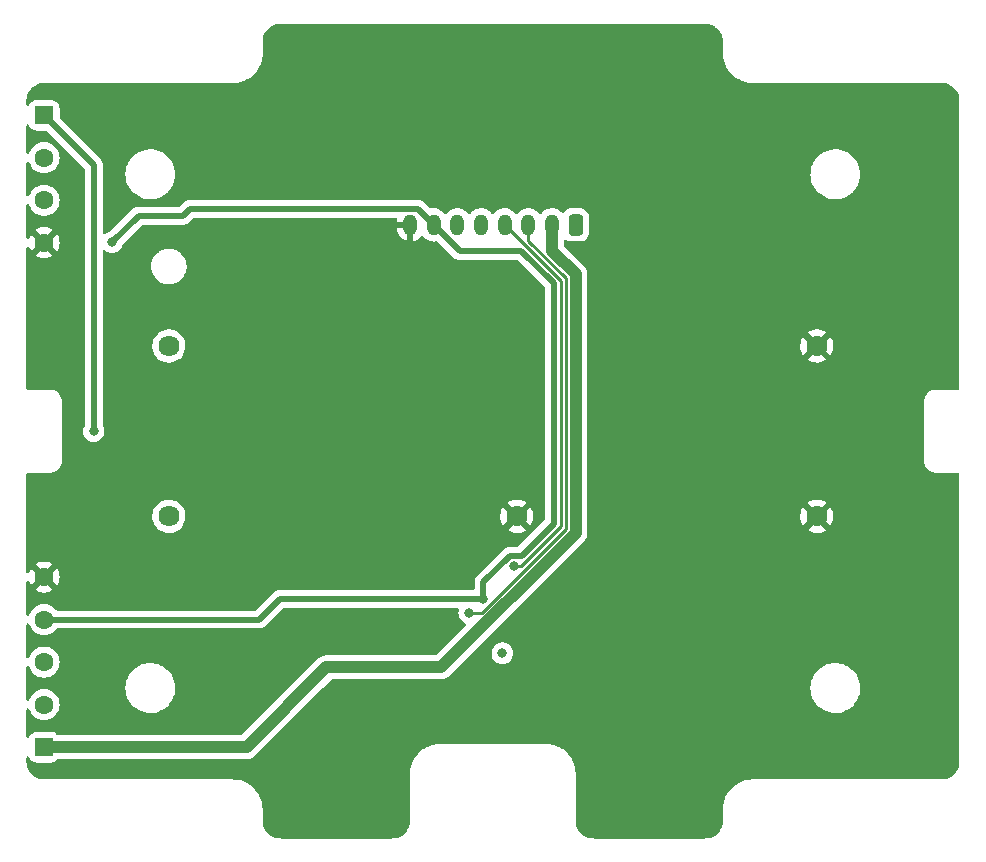
<source format=gbr>
%TF.GenerationSoftware,KiCad,Pcbnew,(5.99.0-12717-g57c7d663b0)*%
%TF.CreationDate,2021-10-22T11:27:58+02:00*%
%TF.ProjectId,Main_PCB,4d61696e-5f50-4434-922e-6b696361645f,rev?*%
%TF.SameCoordinates,Original*%
%TF.FileFunction,Copper,L4,Bot*%
%TF.FilePolarity,Positive*%
%FSLAX46Y46*%
G04 Gerber Fmt 4.6, Leading zero omitted, Abs format (unit mm)*
G04 Created by KiCad (PCBNEW (5.99.0-12717-g57c7d663b0)) date 2021-10-22 11:27:58*
%MOMM*%
%LPD*%
G01*
G04 APERTURE LIST*
G04 Aperture macros list*
%AMRoundRect*
0 Rectangle with rounded corners*
0 $1 Rounding radius*
0 $2 $3 $4 $5 $6 $7 $8 $9 X,Y pos of 4 corners*
0 Add a 4 corners polygon primitive as box body*
4,1,4,$2,$3,$4,$5,$6,$7,$8,$9,$2,$3,0*
0 Add four circle primitives for the rounded corners*
1,1,$1+$1,$2,$3*
1,1,$1+$1,$4,$5*
1,1,$1+$1,$6,$7*
1,1,$1+$1,$8,$9*
0 Add four rect primitives between the rounded corners*
20,1,$1+$1,$2,$3,$4,$5,0*
20,1,$1+$1,$4,$5,$6,$7,0*
20,1,$1+$1,$6,$7,$8,$9,0*
20,1,$1+$1,$8,$9,$2,$3,0*%
G04 Aperture macros list end*
%TA.AperFunction,ComponentPad*%
%ADD10C,1.785000*%
%TD*%
%TA.AperFunction,ComponentPad*%
%ADD11RoundRect,0.250000X0.350000X0.650000X-0.350000X0.650000X-0.350000X-0.650000X0.350000X-0.650000X0*%
%TD*%
%TA.AperFunction,ComponentPad*%
%ADD12O,1.200000X1.800000*%
%TD*%
%TA.AperFunction,ComponentPad*%
%ADD13RoundRect,0.250000X-0.550000X0.550000X-0.550000X-0.550000X0.550000X-0.550000X0.550000X0.550000X0*%
%TD*%
%TA.AperFunction,ComponentPad*%
%ADD14C,1.600000*%
%TD*%
%TA.AperFunction,ComponentPad*%
%ADD15RoundRect,0.250000X0.550000X-0.550000X0.550000X0.550000X-0.550000X0.550000X-0.550000X-0.550000X0*%
%TD*%
%TA.AperFunction,ViaPad*%
%ADD16C,0.800000*%
%TD*%
%TA.AperFunction,Conductor*%
%ADD17C,0.500000*%
%TD*%
%TA.AperFunction,Conductor*%
%ADD18C,0.250000*%
%TD*%
%TA.AperFunction,Conductor*%
%ADD19C,1.000000*%
%TD*%
G04 APERTURE END LIST*
D10*
%TO.P,U3,1,1*%
%TO.N,Net-(F1-Pad2)*%
X180070000Y-90790000D03*
%TO.P,U3,2,2*%
%TO.N,Net-(F2-Pad2)*%
X180070000Y-105210000D03*
%TO.P,U3,3,3*%
%TO.N,GND*%
X234930000Y-105210000D03*
X209530000Y-105210000D03*
%TO.P,U3,4,4*%
X234930000Y-90790000D03*
%TD*%
D11*
%TO.P,J6,1,Pin_1*%
%TO.N,VBAT*%
X214500000Y-80532500D03*
D12*
%TO.P,J6,2,Pin_2*%
%TO.N,/battery*%
X212500000Y-80532500D03*
%TO.P,J6,3,Pin_3*%
%TO.N,/IC2_MoistureSensor_SDA1*%
X210500000Y-80532500D03*
%TO.P,J6,4,Pin_4*%
%TO.N,/IC2_MoistureSensor_SCL1*%
X208500000Y-80532500D03*
%TO.P,J6,5,Pin_5*%
%TO.N,/LED*%
X206500000Y-80532500D03*
%TO.P,J6,6,Pin_6*%
%TO.N,unconnected-(J6-Pad6)*%
X204500000Y-80532500D03*
%TO.P,J6,7,Pin_7*%
%TO.N,VCC*%
X202500000Y-80532500D03*
%TO.P,J6,8,Pin_8*%
%TO.N,GND*%
X200500000Y-80532500D03*
%TD*%
D13*
%TO.P,REF\u002A\u002A,1*%
%TO.N,VBAT*%
X169500000Y-71250000D03*
D14*
%TO.P,REF\u002A\u002A,2*%
%TO.N,/LED*%
X169500000Y-74850000D03*
%TO.P,REF\u002A\u002A,3*%
%TO.N,VCC*%
X169500000Y-78450000D03*
%TO.P,REF\u002A\u002A,4*%
%TO.N,GND*%
X169500000Y-82050000D03*
%TD*%
D15*
%TO.P,REF\u002A\u002A,1*%
%TO.N,/battery*%
X169500000Y-124750000D03*
D14*
%TO.P,REF\u002A\u002A,2*%
%TO.N,/IC2_MoistureSensor_SCL1*%
X169500000Y-121150000D03*
%TO.P,REF\u002A\u002A,3*%
%TO.N,/IC2_MoistureSensor_SDA1*%
X169500000Y-117550000D03*
%TO.P,REF\u002A\u002A,4*%
%TO.N,VCC*%
X169500000Y-113950000D03*
%TO.P,REF\u002A\u002A,5*%
%TO.N,GND*%
X169500000Y-110350000D03*
%TD*%
D16*
%TO.N,VCC*%
X175250000Y-82000000D03*
%TO.N,/IC2_MoistureSensor_SCL1*%
X209300000Y-109400000D03*
%TO.N,GND*%
X245500000Y-126000000D03*
%TO.N,VCC*%
X208300000Y-116800000D03*
%TO.N,GND*%
X186300000Y-119600000D03*
%TO.N,/IC2_MoistureSensor_SDA1*%
X205500000Y-113400000D03*
%TO.N,GND*%
X207500000Y-69925000D03*
X225500000Y-65000000D03*
X189500000Y-65000000D03*
X225500000Y-131000000D03*
X208600000Y-123700000D03*
X216000000Y-131000000D03*
X199500000Y-120500000D03*
X199000000Y-131000000D03*
X199000000Y-126000000D03*
X206700000Y-116800000D03*
X193434000Y-120296418D03*
X245500000Y-70000000D03*
%TO.N,VBAT*%
X173700000Y-98000000D03*
%TO.N,GND*%
X189500000Y-131000000D03*
%TO.N,/battery*%
X202750000Y-118000000D03*
%TO.N,VCC*%
X206706454Y-112206454D03*
%TD*%
D17*
%TO.N,VCC*%
X201150480Y-79182980D02*
X202500000Y-80532500D01*
X181817020Y-79182980D02*
X201150480Y-79182980D01*
X175250000Y-82000000D02*
X177500000Y-79750000D01*
X177500000Y-79750000D02*
X181250000Y-79750000D01*
X181250000Y-79750000D02*
X181817020Y-79182980D01*
D18*
%TO.N,/IC2_MoistureSensor_SDA1*%
X206537506Y-113400000D02*
X213675480Y-106262026D01*
X210500000Y-81896782D02*
X210500000Y-80532500D01*
X213675480Y-85072262D02*
X210500000Y-81896782D01*
X205500000Y-113400000D02*
X206537506Y-113400000D01*
X213675480Y-106262026D02*
X213675480Y-85072262D01*
%TO.N,/IC2_MoistureSensor_SCL1*%
X213225960Y-85258460D02*
X208500000Y-80532500D01*
X209300000Y-109400000D02*
X209900000Y-109400000D01*
X209900000Y-109400000D02*
X213225960Y-106074040D01*
X213225960Y-106074040D02*
X213225960Y-85258460D01*
D19*
%TO.N,/battery*%
X214500000Y-106603553D02*
X214500000Y-84730734D01*
X203103553Y-118000000D02*
X214500000Y-106603553D01*
X214500000Y-84730734D02*
X212500000Y-82730734D01*
X202750000Y-118000000D02*
X203103553Y-118000000D01*
X212500000Y-82730734D02*
X212500000Y-80532500D01*
X193400000Y-118000000D02*
X186650000Y-124750000D01*
X202750000Y-118000000D02*
X193400000Y-118000000D01*
X186650000Y-124750000D02*
X169500000Y-124750000D01*
D17*
%TO.N,VCC*%
X208948120Y-108550489D02*
X209937017Y-108550489D01*
X204717500Y-82750000D02*
X202500000Y-80532500D01*
X206706454Y-110792155D02*
X208948120Y-108550489D01*
X206706454Y-112206454D02*
X206706454Y-110792155D01*
X209905006Y-82750000D02*
X204717500Y-82750000D01*
X209937017Y-108550489D02*
X212651440Y-105836066D01*
X212651440Y-105836066D02*
X212651440Y-85496434D01*
X212651440Y-85496434D02*
X209905006Y-82750000D01*
%TO.N,VBAT*%
X169500000Y-71250000D02*
X173700000Y-75450000D01*
X173700000Y-75450000D02*
X173700000Y-98000000D01*
%TO.N,VCC*%
X206706454Y-112206454D02*
X189443546Y-112206454D01*
X189443546Y-112206454D02*
X187700000Y-113950000D01*
X187700000Y-113950000D02*
X169500000Y-113950000D01*
%TD*%
%TA.AperFunction,Conductor*%
%TO.N,GND*%
G36*
X225470056Y-63509500D02*
G01*
X225472284Y-63509847D01*
X225484859Y-63511805D01*
X225484861Y-63511805D01*
X225493730Y-63513186D01*
X225502632Y-63512022D01*
X225502634Y-63512022D01*
X225508959Y-63511195D01*
X225534282Y-63510452D01*
X225698126Y-63522170D01*
X225703343Y-63522543D01*
X225721137Y-63525101D01*
X225911540Y-63566521D01*
X225928788Y-63571586D01*
X226111358Y-63639682D01*
X226127710Y-63647149D01*
X226193020Y-63682810D01*
X226298734Y-63740534D01*
X226313848Y-63750248D01*
X226423516Y-63832344D01*
X226469842Y-63867023D01*
X226483428Y-63878796D01*
X226621204Y-64016572D01*
X226632977Y-64030158D01*
X226749752Y-64186152D01*
X226759469Y-64201271D01*
X226852851Y-64372290D01*
X226860318Y-64388642D01*
X226928414Y-64571212D01*
X226933480Y-64588462D01*
X226974899Y-64778863D01*
X226977457Y-64796658D01*
X226989041Y-64958629D01*
X226988297Y-64976533D01*
X226988195Y-64984858D01*
X226986814Y-64993730D01*
X226987978Y-65002632D01*
X226987978Y-65002635D01*
X226990936Y-65025251D01*
X226992000Y-65041589D01*
X226992000Y-65946793D01*
X226990254Y-65967697D01*
X226986929Y-65987461D01*
X226986776Y-66000000D01*
X226987466Y-66004815D01*
X226987627Y-66007290D01*
X226988195Y-66012885D01*
X226989056Y-66027120D01*
X227005735Y-66302858D01*
X227060427Y-66601301D01*
X227150693Y-66890975D01*
X227152255Y-66894445D01*
X227152257Y-66894451D01*
X227212955Y-67029315D01*
X227275217Y-67167656D01*
X227277186Y-67170913D01*
X227277188Y-67170917D01*
X227389783Y-67357171D01*
X227432184Y-67427311D01*
X227434525Y-67430299D01*
X227434527Y-67430302D01*
X227481345Y-67490060D01*
X227619304Y-67666152D01*
X227833848Y-67880696D01*
X228072689Y-68067816D01*
X228075943Y-68069783D01*
X228329083Y-68222812D01*
X228329087Y-68222814D01*
X228332344Y-68224783D01*
X228470684Y-68287045D01*
X228605549Y-68347743D01*
X228605555Y-68347745D01*
X228609025Y-68349307D01*
X228898699Y-68439573D01*
X229197142Y-68494265D01*
X229200933Y-68494494D01*
X229200939Y-68494495D01*
X229378995Y-68505264D01*
X229469213Y-68510721D01*
X229482517Y-68512239D01*
X229487461Y-68513071D01*
X229493938Y-68513150D01*
X229495141Y-68513165D01*
X229495145Y-68513165D01*
X229500000Y-68513224D01*
X229527588Y-68509273D01*
X229545451Y-68508000D01*
X245450672Y-68508000D01*
X245470056Y-68509500D01*
X245471637Y-68509746D01*
X245484859Y-68511805D01*
X245484861Y-68511805D01*
X245493730Y-68513186D01*
X245502632Y-68512022D01*
X245502634Y-68512022D01*
X245508959Y-68511195D01*
X245534282Y-68510452D01*
X245698126Y-68522170D01*
X245703343Y-68522543D01*
X245721137Y-68525101D01*
X245911540Y-68566521D01*
X245928788Y-68571586D01*
X246111358Y-68639682D01*
X246127710Y-68647149D01*
X246193020Y-68682810D01*
X246298734Y-68740534D01*
X246313848Y-68750248D01*
X246423516Y-68832344D01*
X246469842Y-68867023D01*
X246483428Y-68878796D01*
X246621204Y-69016572D01*
X246632977Y-69030158D01*
X246749752Y-69186152D01*
X246759469Y-69201271D01*
X246852851Y-69372290D01*
X246860318Y-69388642D01*
X246928414Y-69571212D01*
X246933480Y-69588462D01*
X246974899Y-69778863D01*
X246977457Y-69796658D01*
X246989041Y-69958629D01*
X246988297Y-69976533D01*
X246988195Y-69984858D01*
X246986814Y-69993730D01*
X246987978Y-70002632D01*
X246987978Y-70002635D01*
X246990936Y-70025251D01*
X246992000Y-70041589D01*
X246992000Y-94366000D01*
X246971998Y-94434121D01*
X246918342Y-94480614D01*
X246866000Y-94492000D01*
X245053206Y-94492000D01*
X245032302Y-94490254D01*
X245026435Y-94489267D01*
X245012538Y-94486929D01*
X245006180Y-94486851D01*
X245004857Y-94486835D01*
X245004853Y-94486835D01*
X244999999Y-94486776D01*
X244995192Y-94487465D01*
X244995185Y-94487465D01*
X244978780Y-94489815D01*
X244971898Y-94490609D01*
X244938005Y-94493574D01*
X244824293Y-94503523D01*
X244818979Y-94504947D01*
X244818978Y-94504947D01*
X244659237Y-94547749D01*
X244659235Y-94547750D01*
X244653927Y-94549172D01*
X244648947Y-94551494D01*
X244648945Y-94551495D01*
X244499056Y-94621390D01*
X244499053Y-94621392D01*
X244494075Y-94623713D01*
X244349596Y-94724878D01*
X244224878Y-94849596D01*
X244123713Y-94994075D01*
X244049172Y-95153927D01*
X244003523Y-95324293D01*
X244003044Y-95329773D01*
X244003042Y-95329785D01*
X243992194Y-95453768D01*
X243990928Y-95463691D01*
X243986929Y-95487460D01*
X243986776Y-95499999D01*
X243988565Y-95512491D01*
X243990727Y-95527587D01*
X243992000Y-95545450D01*
X243992000Y-100446794D01*
X243990254Y-100467698D01*
X243986929Y-100487462D01*
X243986776Y-100500001D01*
X243987465Y-100504808D01*
X243987465Y-100504815D01*
X243989815Y-100521220D01*
X243990609Y-100528102D01*
X243993574Y-100561995D01*
X244003523Y-100675707D01*
X244049172Y-100846073D01*
X244123713Y-101005925D01*
X244224878Y-101150404D01*
X244349596Y-101275122D01*
X244494075Y-101376287D01*
X244499053Y-101378608D01*
X244499056Y-101378610D01*
X244648945Y-101448505D01*
X244653927Y-101450828D01*
X244659235Y-101452250D01*
X244659237Y-101452251D01*
X244818978Y-101495053D01*
X244818979Y-101495053D01*
X244824293Y-101496477D01*
X244829779Y-101496957D01*
X244829785Y-101496958D01*
X244953768Y-101507806D01*
X244963691Y-101509072D01*
X244982667Y-101512265D01*
X244982672Y-101512265D01*
X244987460Y-101513071D01*
X244993759Y-101513148D01*
X244995140Y-101513165D01*
X244995144Y-101513165D01*
X244999999Y-101513224D01*
X245027587Y-101509273D01*
X245045450Y-101508000D01*
X246866000Y-101508000D01*
X246934121Y-101528002D01*
X246980614Y-101581658D01*
X246992000Y-101634000D01*
X246992000Y-125950672D01*
X246990500Y-125970056D01*
X246986814Y-125993730D01*
X246987978Y-126002632D01*
X246987978Y-126002634D01*
X246988805Y-126008959D01*
X246989548Y-126034282D01*
X246978171Y-126193364D01*
X246977457Y-126203343D01*
X246974899Y-126221137D01*
X246933480Y-126411538D01*
X246928414Y-126428788D01*
X246860318Y-126611358D01*
X246852851Y-126627710D01*
X246765510Y-126787666D01*
X246759469Y-126798729D01*
X246749752Y-126813848D01*
X246692016Y-126890975D01*
X246632977Y-126969842D01*
X246621204Y-126983428D01*
X246483428Y-127121204D01*
X246469841Y-127132977D01*
X246313848Y-127249752D01*
X246298734Y-127259466D01*
X246193020Y-127317190D01*
X246127710Y-127352851D01*
X246111358Y-127360318D01*
X245928788Y-127428414D01*
X245911540Y-127433479D01*
X245748022Y-127469051D01*
X245721137Y-127474899D01*
X245703342Y-127477457D01*
X245654443Y-127480954D01*
X245541369Y-127489041D01*
X245523467Y-127488297D01*
X245515142Y-127488195D01*
X245506270Y-127486814D01*
X245497368Y-127487978D01*
X245497365Y-127487978D01*
X245474749Y-127490936D01*
X245458411Y-127492000D01*
X229553207Y-127492000D01*
X229532303Y-127490254D01*
X229526507Y-127489279D01*
X229512539Y-127486929D01*
X229506211Y-127486852D01*
X229504859Y-127486835D01*
X229504855Y-127486835D01*
X229500000Y-127486776D01*
X229495185Y-127487466D01*
X229492710Y-127487627D01*
X229487115Y-127488195D01*
X229200938Y-127505505D01*
X229200932Y-127505506D01*
X229197142Y-127505735D01*
X228898699Y-127560427D01*
X228609025Y-127650693D01*
X228605555Y-127652255D01*
X228605549Y-127652257D01*
X228470684Y-127712955D01*
X228332344Y-127775217D01*
X228329087Y-127777186D01*
X228329083Y-127777188D01*
X228138330Y-127892503D01*
X228072689Y-127932184D01*
X227833848Y-128119304D01*
X227619304Y-128333848D01*
X227607193Y-128349307D01*
X227480416Y-128511126D01*
X227432184Y-128572689D01*
X227430217Y-128575943D01*
X227328110Y-128744849D01*
X227275217Y-128832344D01*
X227273653Y-128835820D01*
X227189434Y-129022947D01*
X227150693Y-129109025D01*
X227060427Y-129398699D01*
X227005735Y-129697142D01*
X227005506Y-129700933D01*
X227005505Y-129700939D01*
X226989279Y-129969210D01*
X226987761Y-129982517D01*
X226986929Y-129987461D01*
X226986776Y-130000000D01*
X226987466Y-130004815D01*
X226990727Y-130027588D01*
X226992000Y-130045451D01*
X226992000Y-130950672D01*
X226990500Y-130970056D01*
X226986814Y-130993730D01*
X226987978Y-131002632D01*
X226987978Y-131002634D01*
X226988805Y-131008959D01*
X226989548Y-131034287D01*
X226977457Y-131203343D01*
X226974899Y-131221137D01*
X226933480Y-131411538D01*
X226928414Y-131428788D01*
X226860318Y-131611358D01*
X226852851Y-131627710D01*
X226759469Y-131798729D01*
X226749752Y-131813848D01*
X226692016Y-131890975D01*
X226632977Y-131969842D01*
X226621204Y-131983428D01*
X226483428Y-132121204D01*
X226469841Y-132132977D01*
X226313848Y-132249752D01*
X226298734Y-132259466D01*
X226193020Y-132317190D01*
X226127710Y-132352851D01*
X226111358Y-132360318D01*
X225928788Y-132428414D01*
X225911540Y-132433479D01*
X225748022Y-132469051D01*
X225721137Y-132474899D01*
X225703342Y-132477457D01*
X225654443Y-132480954D01*
X225541369Y-132489041D01*
X225523467Y-132488297D01*
X225515142Y-132488195D01*
X225506270Y-132486814D01*
X225497368Y-132487978D01*
X225497365Y-132487978D01*
X225474749Y-132490936D01*
X225458411Y-132492000D01*
X216049328Y-132492000D01*
X216029943Y-132490500D01*
X216029661Y-132490456D01*
X216027117Y-132490060D01*
X216015141Y-132488195D01*
X216015139Y-132488195D01*
X216006270Y-132486814D01*
X215997368Y-132487978D01*
X215997366Y-132487978D01*
X215991041Y-132488805D01*
X215965718Y-132489548D01*
X215796657Y-132477457D01*
X215778863Y-132474899D01*
X215751978Y-132469051D01*
X215588460Y-132433479D01*
X215571212Y-132428414D01*
X215388642Y-132360318D01*
X215372290Y-132352851D01*
X215306980Y-132317190D01*
X215201266Y-132259466D01*
X215186152Y-132249752D01*
X215030159Y-132132977D01*
X215016572Y-132121204D01*
X214878796Y-131983428D01*
X214867023Y-131969842D01*
X214807984Y-131890975D01*
X214750248Y-131813848D01*
X214740531Y-131798729D01*
X214647149Y-131627710D01*
X214639682Y-131611358D01*
X214571586Y-131428788D01*
X214566520Y-131411538D01*
X214525101Y-131221137D01*
X214522543Y-131203342D01*
X214510959Y-131041371D01*
X214511703Y-131023467D01*
X214511805Y-131015142D01*
X214513186Y-131006270D01*
X214511547Y-130993730D01*
X214509064Y-130974749D01*
X214508000Y-130958411D01*
X214508000Y-127053207D01*
X214509746Y-127032303D01*
X214512264Y-127017335D01*
X214513071Y-127012539D01*
X214513224Y-127000000D01*
X214512534Y-126995185D01*
X214512373Y-126992710D01*
X214511805Y-126987115D01*
X214494495Y-126700938D01*
X214494494Y-126700932D01*
X214494265Y-126697142D01*
X214439573Y-126398699D01*
X214384243Y-126221137D01*
X214350440Y-126112661D01*
X214349307Y-126109025D01*
X214318859Y-126041371D01*
X214256282Y-125902332D01*
X214224783Y-125832344D01*
X214192851Y-125779521D01*
X214080507Y-125593683D01*
X214067816Y-125572689D01*
X214038521Y-125535296D01*
X213952076Y-125424958D01*
X213880696Y-125333848D01*
X213666152Y-125119304D01*
X213427311Y-124932184D01*
X213361670Y-124892503D01*
X213170917Y-124777188D01*
X213170913Y-124777186D01*
X213167656Y-124775217D01*
X213029315Y-124712955D01*
X212894451Y-124652257D01*
X212894445Y-124652255D01*
X212890975Y-124650693D01*
X212601301Y-124560427D01*
X212302858Y-124505735D01*
X212299067Y-124505506D01*
X212299061Y-124505505D01*
X212121005Y-124494736D01*
X212030787Y-124489279D01*
X212017483Y-124487761D01*
X212017340Y-124487737D01*
X212017341Y-124487737D01*
X212012539Y-124486929D01*
X212006062Y-124486850D01*
X212004859Y-124486835D01*
X212004855Y-124486835D01*
X212000000Y-124486776D01*
X211975715Y-124490254D01*
X211972412Y-124490727D01*
X211954549Y-124492000D01*
X203053207Y-124492000D01*
X203032303Y-124490254D01*
X203024100Y-124488874D01*
X203012539Y-124486929D01*
X203006211Y-124486852D01*
X203004859Y-124486835D01*
X203004855Y-124486835D01*
X203000000Y-124486776D01*
X202995185Y-124487466D01*
X202992710Y-124487627D01*
X202987115Y-124488195D01*
X202700938Y-124505505D01*
X202700932Y-124505506D01*
X202697142Y-124505735D01*
X202398699Y-124560427D01*
X202109025Y-124650693D01*
X202105555Y-124652255D01*
X202105549Y-124652257D01*
X201970685Y-124712955D01*
X201832344Y-124775217D01*
X201829087Y-124777186D01*
X201829083Y-124777188D01*
X201638330Y-124892503D01*
X201572689Y-124932184D01*
X201333848Y-125119304D01*
X201119304Y-125333848D01*
X201047924Y-125424958D01*
X200961480Y-125535296D01*
X200932184Y-125572689D01*
X200919493Y-125593683D01*
X200807150Y-125779521D01*
X200775217Y-125832344D01*
X200743718Y-125902332D01*
X200681142Y-126041371D01*
X200650693Y-126109025D01*
X200649560Y-126112661D01*
X200615758Y-126221137D01*
X200560427Y-126398699D01*
X200505735Y-126697142D01*
X200505506Y-126700933D01*
X200505505Y-126700939D01*
X200489279Y-126969210D01*
X200487761Y-126982517D01*
X200486929Y-126987461D01*
X200486776Y-127000000D01*
X200487466Y-127004815D01*
X200490727Y-127027588D01*
X200492000Y-127045451D01*
X200492000Y-130950672D01*
X200490500Y-130970056D01*
X200486814Y-130993730D01*
X200487978Y-131002632D01*
X200487978Y-131002634D01*
X200488805Y-131008959D01*
X200489548Y-131034287D01*
X200477457Y-131203343D01*
X200474899Y-131221137D01*
X200433480Y-131411538D01*
X200428414Y-131428788D01*
X200360318Y-131611358D01*
X200352851Y-131627710D01*
X200259469Y-131798729D01*
X200249752Y-131813848D01*
X200192016Y-131890975D01*
X200132977Y-131969842D01*
X200121204Y-131983428D01*
X199983428Y-132121204D01*
X199969841Y-132132977D01*
X199813848Y-132249752D01*
X199798734Y-132259466D01*
X199693020Y-132317190D01*
X199627710Y-132352851D01*
X199611358Y-132360318D01*
X199428788Y-132428414D01*
X199411540Y-132433479D01*
X199248022Y-132469051D01*
X199221137Y-132474899D01*
X199203342Y-132477457D01*
X199154443Y-132480954D01*
X199041369Y-132489041D01*
X199023467Y-132488297D01*
X199015142Y-132488195D01*
X199006270Y-132486814D01*
X198997368Y-132487978D01*
X198997365Y-132487978D01*
X198974749Y-132490936D01*
X198958411Y-132492000D01*
X189549328Y-132492000D01*
X189529943Y-132490500D01*
X189529661Y-132490456D01*
X189527117Y-132490060D01*
X189515141Y-132488195D01*
X189515139Y-132488195D01*
X189506270Y-132486814D01*
X189497368Y-132487978D01*
X189497366Y-132487978D01*
X189491041Y-132488805D01*
X189465718Y-132489548D01*
X189296657Y-132477457D01*
X189278863Y-132474899D01*
X189251978Y-132469051D01*
X189088460Y-132433479D01*
X189071212Y-132428414D01*
X188888642Y-132360318D01*
X188872290Y-132352851D01*
X188806980Y-132317190D01*
X188701266Y-132259466D01*
X188686152Y-132249752D01*
X188530159Y-132132977D01*
X188516572Y-132121204D01*
X188378796Y-131983428D01*
X188367023Y-131969842D01*
X188307984Y-131890975D01*
X188250248Y-131813848D01*
X188240531Y-131798729D01*
X188147149Y-131627710D01*
X188139682Y-131611358D01*
X188071586Y-131428788D01*
X188066520Y-131411538D01*
X188025101Y-131221137D01*
X188022543Y-131203342D01*
X188010959Y-131041371D01*
X188011703Y-131023467D01*
X188011805Y-131015142D01*
X188013186Y-131006270D01*
X188011547Y-130993730D01*
X188009064Y-130974749D01*
X188008000Y-130958411D01*
X188008000Y-130053207D01*
X188009746Y-130032303D01*
X188012264Y-130017335D01*
X188013071Y-130012539D01*
X188013224Y-130000000D01*
X188012534Y-129995185D01*
X188012373Y-129992710D01*
X188011805Y-129987115D01*
X187994495Y-129700938D01*
X187994494Y-129700932D01*
X187994265Y-129697142D01*
X187939573Y-129398699D01*
X187849307Y-129109025D01*
X187810567Y-129022947D01*
X187726347Y-128835820D01*
X187724783Y-128832344D01*
X187671891Y-128744849D01*
X187569783Y-128575943D01*
X187567816Y-128572689D01*
X187519585Y-128511126D01*
X187392807Y-128349307D01*
X187380696Y-128333848D01*
X187166152Y-128119304D01*
X186927311Y-127932184D01*
X186861670Y-127892503D01*
X186670917Y-127777188D01*
X186670913Y-127777186D01*
X186667656Y-127775217D01*
X186529316Y-127712955D01*
X186394451Y-127652257D01*
X186394445Y-127652255D01*
X186390975Y-127650693D01*
X186101301Y-127560427D01*
X185802858Y-127505735D01*
X185799067Y-127505506D01*
X185799061Y-127505505D01*
X185621005Y-127494736D01*
X185530787Y-127489279D01*
X185517483Y-127487761D01*
X185517340Y-127487737D01*
X185517341Y-127487737D01*
X185512539Y-127486929D01*
X185506062Y-127486850D01*
X185504859Y-127486835D01*
X185504855Y-127486835D01*
X185500000Y-127486776D01*
X185473997Y-127490500D01*
X185472412Y-127490727D01*
X185454549Y-127492000D01*
X169549328Y-127492000D01*
X169529943Y-127490500D01*
X169529661Y-127490456D01*
X169527117Y-127490060D01*
X169515141Y-127488195D01*
X169515139Y-127488195D01*
X169506270Y-127486814D01*
X169497368Y-127487978D01*
X169497366Y-127487978D01*
X169491041Y-127488805D01*
X169465718Y-127489548D01*
X169296657Y-127477457D01*
X169278863Y-127474899D01*
X169251978Y-127469051D01*
X169088460Y-127433479D01*
X169071212Y-127428414D01*
X168888642Y-127360318D01*
X168872290Y-127352851D01*
X168806980Y-127317190D01*
X168701266Y-127259466D01*
X168686152Y-127249752D01*
X168530159Y-127132977D01*
X168516572Y-127121204D01*
X168378796Y-126983428D01*
X168367023Y-126969842D01*
X168307984Y-126890975D01*
X168250248Y-126813848D01*
X168240531Y-126798729D01*
X168234491Y-126787666D01*
X168147149Y-126627710D01*
X168139682Y-126611358D01*
X168071586Y-126428788D01*
X168066520Y-126411538D01*
X168025101Y-126221137D01*
X168022543Y-126203342D01*
X168010959Y-126041371D01*
X168011703Y-126023467D01*
X168011805Y-126015142D01*
X168013186Y-126006270D01*
X168011637Y-125994419D01*
X168009064Y-125974749D01*
X168008000Y-125958411D01*
X168008000Y-125649057D01*
X168028002Y-125580936D01*
X168081658Y-125534443D01*
X168151932Y-125524339D01*
X168216512Y-125553833D01*
X168253524Y-125609181D01*
X168258450Y-125623946D01*
X168351522Y-125774348D01*
X168476697Y-125899305D01*
X168482927Y-125903145D01*
X168482928Y-125903146D01*
X168620090Y-125987694D01*
X168627262Y-125992115D01*
X168688839Y-126012539D01*
X168788611Y-126045632D01*
X168788613Y-126045632D01*
X168795139Y-126047797D01*
X168801975Y-126048497D01*
X168801978Y-126048498D01*
X168845031Y-126052909D01*
X168899600Y-126058500D01*
X170100400Y-126058500D01*
X170103646Y-126058163D01*
X170103650Y-126058163D01*
X170199308Y-126048238D01*
X170199312Y-126048237D01*
X170206166Y-126047526D01*
X170212702Y-126045345D01*
X170212704Y-126045345D01*
X170356516Y-125997365D01*
X170373946Y-125991550D01*
X170524348Y-125898478D01*
X170627164Y-125795482D01*
X170689448Y-125761403D01*
X170716338Y-125758500D01*
X186588157Y-125758500D01*
X186601764Y-125759237D01*
X186633262Y-125762659D01*
X186633267Y-125762659D01*
X186639388Y-125763324D01*
X186665638Y-125761027D01*
X186689388Y-125758950D01*
X186694214Y-125758621D01*
X186696686Y-125758500D01*
X186699769Y-125758500D01*
X186711738Y-125757326D01*
X186742506Y-125754310D01*
X186743819Y-125754188D01*
X186788084Y-125750315D01*
X186836413Y-125746087D01*
X186841532Y-125744600D01*
X186846833Y-125744080D01*
X186935834Y-125717209D01*
X186936967Y-125716874D01*
X187020414Y-125692630D01*
X187020418Y-125692628D01*
X187026336Y-125690909D01*
X187031068Y-125688456D01*
X187036169Y-125686916D01*
X187041612Y-125684022D01*
X187118260Y-125643269D01*
X187119426Y-125642657D01*
X187196453Y-125602729D01*
X187201926Y-125599892D01*
X187206089Y-125596569D01*
X187210796Y-125594066D01*
X187282918Y-125535245D01*
X187283774Y-125534554D01*
X187322973Y-125503262D01*
X187325477Y-125500758D01*
X187326195Y-125500116D01*
X187330528Y-125496415D01*
X187364062Y-125469065D01*
X187393288Y-125433737D01*
X187401277Y-125424958D01*
X193098366Y-119727869D01*
X234386689Y-119727869D01*
X234403238Y-120014883D01*
X234404063Y-120019088D01*
X234404064Y-120019096D01*
X234427911Y-120140643D01*
X234458586Y-120296995D01*
X234459973Y-120301045D01*
X234459974Y-120301050D01*
X234524236Y-120488743D01*
X234551710Y-120568986D01*
X234553637Y-120572817D01*
X234655890Y-120776124D01*
X234680885Y-120825822D01*
X234843721Y-121062750D01*
X235037206Y-121275388D01*
X235040501Y-121278143D01*
X235040502Y-121278144D01*
X235091258Y-121320582D01*
X235257759Y-121459798D01*
X235501298Y-121612571D01*
X235763318Y-121730877D01*
X235767437Y-121732097D01*
X236034857Y-121811311D01*
X236034862Y-121811312D01*
X236038970Y-121812529D01*
X236043204Y-121813177D01*
X236043209Y-121813178D01*
X236291811Y-121851219D01*
X236323153Y-121856015D01*
X236469485Y-121858314D01*
X236606317Y-121860464D01*
X236606323Y-121860464D01*
X236610608Y-121860531D01*
X236614860Y-121860016D01*
X236614868Y-121860016D01*
X236891756Y-121826508D01*
X236891761Y-121826507D01*
X236896017Y-121825992D01*
X237174097Y-121753039D01*
X237439704Y-121643021D01*
X237687922Y-121497974D01*
X237914159Y-121320582D01*
X237955285Y-121278144D01*
X238074159Y-121155475D01*
X238114227Y-121114128D01*
X238116760Y-121110680D01*
X238116764Y-121110675D01*
X238281887Y-120885886D01*
X238284425Y-120882431D01*
X238342145Y-120776124D01*
X238419554Y-120633555D01*
X238419555Y-120633553D01*
X238421604Y-120629779D01*
X238523225Y-120360848D01*
X238549279Y-120247091D01*
X238586449Y-120084797D01*
X238586450Y-120084793D01*
X238587407Y-120080613D01*
X238593696Y-120010151D01*
X238612743Y-119796726D01*
X238612743Y-119796724D01*
X238612963Y-119794260D01*
X238613427Y-119750000D01*
X238593873Y-119463175D01*
X238589336Y-119441264D01*
X238536443Y-119185855D01*
X238535574Y-119181658D01*
X238439607Y-118910657D01*
X238307750Y-118655188D01*
X238294488Y-118636317D01*
X238144904Y-118423482D01*
X238142441Y-118419977D01*
X237946740Y-118209378D01*
X237724268Y-118027287D01*
X237479142Y-117877073D01*
X237461048Y-117869130D01*
X237219830Y-117763243D01*
X237215898Y-117761517D01*
X237189963Y-117754129D01*
X236943534Y-117683932D01*
X236943535Y-117683932D01*
X236939406Y-117682756D01*
X236726704Y-117652485D01*
X236659036Y-117642854D01*
X236659034Y-117642854D01*
X236654784Y-117642249D01*
X236650495Y-117642227D01*
X236650488Y-117642226D01*
X236371583Y-117640765D01*
X236371576Y-117640765D01*
X236367297Y-117640743D01*
X236363053Y-117641302D01*
X236363049Y-117641302D01*
X236237660Y-117657810D01*
X236082266Y-117678268D01*
X236078126Y-117679401D01*
X236078124Y-117679401D01*
X236001311Y-117700415D01*
X235804964Y-117754129D01*
X235801016Y-117755813D01*
X235544476Y-117865237D01*
X235544472Y-117865239D01*
X235540524Y-117866923D01*
X235486466Y-117899276D01*
X235297521Y-118012357D01*
X235297517Y-118012360D01*
X235293839Y-118014561D01*
X235069472Y-118194313D01*
X234952372Y-118317711D01*
X234879692Y-118394300D01*
X234871577Y-118402851D01*
X234703814Y-118636317D01*
X234569288Y-118890392D01*
X234470489Y-119160373D01*
X234409245Y-119441264D01*
X234386689Y-119727869D01*
X193098366Y-119727869D01*
X193780830Y-119045405D01*
X193843142Y-119011379D01*
X193869925Y-119008500D01*
X203041710Y-119008500D01*
X203055317Y-119009237D01*
X203086815Y-119012659D01*
X203086820Y-119012659D01*
X203092941Y-119013324D01*
X203119191Y-119011027D01*
X203142941Y-119008950D01*
X203147767Y-119008621D01*
X203150239Y-119008500D01*
X203153322Y-119008500D01*
X203165291Y-119007326D01*
X203196059Y-119004310D01*
X203197372Y-119004188D01*
X203241637Y-119000315D01*
X203289966Y-118996087D01*
X203295085Y-118994600D01*
X203300386Y-118994080D01*
X203389387Y-118967209D01*
X203390520Y-118966874D01*
X203473967Y-118942630D01*
X203473971Y-118942628D01*
X203479889Y-118940909D01*
X203484621Y-118938456D01*
X203489722Y-118936916D01*
X203531509Y-118914698D01*
X203571813Y-118893269D01*
X203572979Y-118892657D01*
X203650006Y-118852729D01*
X203655479Y-118849892D01*
X203659642Y-118846569D01*
X203664349Y-118844066D01*
X203736471Y-118785245D01*
X203737327Y-118784554D01*
X203776526Y-118753262D01*
X203779030Y-118750758D01*
X203779748Y-118750116D01*
X203784081Y-118746415D01*
X203817615Y-118719065D01*
X203846841Y-118683737D01*
X203854830Y-118674958D01*
X205729788Y-116800000D01*
X207386496Y-116800000D01*
X207406458Y-116989928D01*
X207465473Y-117171556D01*
X207560960Y-117336944D01*
X207688747Y-117478866D01*
X207843248Y-117591118D01*
X207849276Y-117593802D01*
X207849278Y-117593803D01*
X208011681Y-117666109D01*
X208017712Y-117668794D01*
X208111112Y-117688647D01*
X208198056Y-117707128D01*
X208198061Y-117707128D01*
X208204513Y-117708500D01*
X208395487Y-117708500D01*
X208401939Y-117707128D01*
X208401944Y-117707128D01*
X208488888Y-117688647D01*
X208582288Y-117668794D01*
X208588319Y-117666109D01*
X208750722Y-117593803D01*
X208750724Y-117593802D01*
X208756752Y-117591118D01*
X208911253Y-117478866D01*
X209039040Y-117336944D01*
X209134527Y-117171556D01*
X209193542Y-116989928D01*
X209213504Y-116800000D01*
X209193542Y-116610072D01*
X209134527Y-116428444D01*
X209125309Y-116412477D01*
X209097314Y-116363990D01*
X209039040Y-116263056D01*
X209034381Y-116257881D01*
X208915675Y-116126045D01*
X208915674Y-116126044D01*
X208911253Y-116121134D01*
X208756752Y-116008882D01*
X208750724Y-116006198D01*
X208750722Y-116006197D01*
X208588319Y-115933891D01*
X208588318Y-115933891D01*
X208582288Y-115931206D01*
X208488887Y-115911353D01*
X208401944Y-115892872D01*
X208401939Y-115892872D01*
X208395487Y-115891500D01*
X208204513Y-115891500D01*
X208198061Y-115892872D01*
X208198056Y-115892872D01*
X208111113Y-115911353D01*
X208017712Y-115931206D01*
X208011682Y-115933891D01*
X208011681Y-115933891D01*
X207849278Y-116006197D01*
X207849276Y-116006198D01*
X207843248Y-116008882D01*
X207688747Y-116121134D01*
X207684326Y-116126044D01*
X207684325Y-116126045D01*
X207565620Y-116257881D01*
X207560960Y-116263056D01*
X207502686Y-116363990D01*
X207474692Y-116412477D01*
X207465473Y-116428444D01*
X207406458Y-116610072D01*
X207386496Y-116800000D01*
X205729788Y-116800000D01*
X215169379Y-107360408D01*
X215179522Y-107351306D01*
X215204218Y-107331450D01*
X215209025Y-107327585D01*
X215241292Y-107289131D01*
X215244472Y-107285484D01*
X215246115Y-107283672D01*
X215248309Y-107281478D01*
X215275642Y-107248204D01*
X215276348Y-107247353D01*
X215332195Y-107180797D01*
X215336154Y-107176079D01*
X215338722Y-107171409D01*
X215342103Y-107167292D01*
X215385977Y-107085467D01*
X215386606Y-107084308D01*
X215428462Y-107008172D01*
X215428465Y-107008164D01*
X215431433Y-107002766D01*
X215433045Y-106997684D01*
X215435562Y-106992990D01*
X215462747Y-106904076D01*
X215463139Y-106902818D01*
X215489372Y-106820120D01*
X215491235Y-106814247D01*
X215491829Y-106808956D01*
X215493388Y-106803855D01*
X215502790Y-106711290D01*
X215502925Y-106710023D01*
X215508108Y-106663823D01*
X215508108Y-106663818D01*
X215508500Y-106660326D01*
X215508500Y-106656801D01*
X215508555Y-106655816D01*
X215509004Y-106650112D01*
X215512752Y-106613219D01*
X215512752Y-106613214D01*
X215513374Y-106607091D01*
X215509059Y-106561444D01*
X215508500Y-106549586D01*
X215508500Y-106365924D01*
X234138906Y-106365924D01*
X234144187Y-106372978D01*
X234318329Y-106474738D01*
X234327616Y-106479188D01*
X234533103Y-106557656D01*
X234543001Y-106560532D01*
X234758545Y-106604384D01*
X234768774Y-106605603D01*
X234988585Y-106613664D01*
X234998871Y-106613197D01*
X235217047Y-106585248D01*
X235227133Y-106583105D01*
X235437811Y-106519898D01*
X235447406Y-106516137D01*
X235644925Y-106419374D01*
X235653783Y-106414094D01*
X235709720Y-106374194D01*
X235718120Y-106363496D01*
X235711132Y-106350342D01*
X234942812Y-105582022D01*
X234928868Y-105574408D01*
X234927035Y-105574539D01*
X234920420Y-105578790D01*
X234145666Y-106353544D01*
X234138906Y-106365924D01*
X215508500Y-106365924D01*
X215508500Y-105180821D01*
X233525416Y-105180821D01*
X233538078Y-105400411D01*
X233539514Y-105410632D01*
X233587870Y-105625200D01*
X233590949Y-105635028D01*
X233673702Y-105838823D01*
X233678355Y-105848034D01*
X233765552Y-105990325D01*
X233776010Y-105999787D01*
X233784786Y-105996004D01*
X234557978Y-105222812D01*
X234564356Y-105211132D01*
X235294408Y-105211132D01*
X235294539Y-105212965D01*
X235298790Y-105219580D01*
X236070928Y-105991718D01*
X236082938Y-105998276D01*
X236094678Y-105989308D01*
X236131558Y-105937984D01*
X236136868Y-105929147D01*
X236234321Y-105731966D01*
X236238120Y-105722371D01*
X236302059Y-105511927D01*
X236304238Y-105501846D01*
X236333185Y-105281971D01*
X236333704Y-105275296D01*
X236335218Y-105213364D01*
X236335024Y-105206646D01*
X236316854Y-104985639D01*
X236315169Y-104975459D01*
X236261585Y-104762132D01*
X236258265Y-104752381D01*
X236170556Y-104550661D01*
X236165690Y-104541586D01*
X236093800Y-104430463D01*
X236083113Y-104421259D01*
X236073548Y-104425662D01*
X235302022Y-105197188D01*
X235294408Y-105211132D01*
X234564356Y-105211132D01*
X234565592Y-105208868D01*
X234565461Y-105207035D01*
X234561210Y-105200420D01*
X233789264Y-104428474D01*
X233777728Y-104422174D01*
X233765445Y-104431797D01*
X233711011Y-104511594D01*
X233705923Y-104520550D01*
X233613315Y-104720057D01*
X233609752Y-104729744D01*
X233550974Y-104941689D01*
X233549043Y-104951810D01*
X233525667Y-105170533D01*
X233525416Y-105180821D01*
X215508500Y-105180821D01*
X215508500Y-104056069D01*
X234140865Y-104056069D01*
X234147609Y-104068399D01*
X234917188Y-104837978D01*
X234931132Y-104845592D01*
X234932965Y-104845461D01*
X234939580Y-104841210D01*
X235713650Y-104067140D01*
X235720670Y-104054284D01*
X235712896Y-104043615D01*
X235711736Y-104042698D01*
X235703160Y-104037000D01*
X235510589Y-103930695D01*
X235501192Y-103926472D01*
X235293853Y-103853049D01*
X235283882Y-103850415D01*
X235067340Y-103811844D01*
X235057086Y-103810874D01*
X234837141Y-103808186D01*
X234826857Y-103808906D01*
X234609438Y-103842176D01*
X234599410Y-103844565D01*
X234390342Y-103912899D01*
X234380833Y-103916896D01*
X234185735Y-104018458D01*
X234177017Y-104023947D01*
X234149318Y-104044744D01*
X234140865Y-104056069D01*
X215508500Y-104056069D01*
X215508500Y-91945924D01*
X234138906Y-91945924D01*
X234144187Y-91952978D01*
X234318329Y-92054738D01*
X234327616Y-92059188D01*
X234533103Y-92137656D01*
X234543001Y-92140532D01*
X234758545Y-92184384D01*
X234768774Y-92185603D01*
X234988585Y-92193664D01*
X234998871Y-92193197D01*
X235217047Y-92165248D01*
X235227133Y-92163105D01*
X235437811Y-92099898D01*
X235447406Y-92096137D01*
X235644925Y-91999374D01*
X235653783Y-91994094D01*
X235709720Y-91954194D01*
X235718120Y-91943496D01*
X235711132Y-91930342D01*
X234942812Y-91162022D01*
X234928868Y-91154408D01*
X234927035Y-91154539D01*
X234920420Y-91158790D01*
X234145666Y-91933544D01*
X234138906Y-91945924D01*
X215508500Y-91945924D01*
X215508500Y-90760821D01*
X233525416Y-90760821D01*
X233538078Y-90980411D01*
X233539514Y-90990632D01*
X233587870Y-91205200D01*
X233590949Y-91215028D01*
X233673702Y-91418823D01*
X233678355Y-91428034D01*
X233765552Y-91570325D01*
X233776010Y-91579787D01*
X233784786Y-91576004D01*
X234557978Y-90802812D01*
X234564356Y-90791132D01*
X235294408Y-90791132D01*
X235294539Y-90792965D01*
X235298790Y-90799580D01*
X236070928Y-91571718D01*
X236082938Y-91578276D01*
X236094678Y-91569308D01*
X236131558Y-91517984D01*
X236136868Y-91509147D01*
X236234321Y-91311966D01*
X236238120Y-91302371D01*
X236302059Y-91091927D01*
X236304238Y-91081846D01*
X236333185Y-90861971D01*
X236333704Y-90855296D01*
X236335218Y-90793364D01*
X236335024Y-90786646D01*
X236316854Y-90565639D01*
X236315169Y-90555459D01*
X236261585Y-90342132D01*
X236258265Y-90332381D01*
X236170556Y-90130661D01*
X236165690Y-90121586D01*
X236093800Y-90010463D01*
X236083113Y-90001259D01*
X236073548Y-90005662D01*
X235302022Y-90777188D01*
X235294408Y-90791132D01*
X234564356Y-90791132D01*
X234565592Y-90788868D01*
X234565461Y-90787035D01*
X234561210Y-90780420D01*
X233789264Y-90008474D01*
X233777728Y-90002174D01*
X233765445Y-90011797D01*
X233711011Y-90091594D01*
X233705923Y-90100550D01*
X233613315Y-90300057D01*
X233609752Y-90309744D01*
X233550974Y-90521689D01*
X233549043Y-90531810D01*
X233525667Y-90750533D01*
X233525416Y-90760821D01*
X215508500Y-90760821D01*
X215508500Y-89636069D01*
X234140865Y-89636069D01*
X234147609Y-89648399D01*
X234917188Y-90417978D01*
X234931132Y-90425592D01*
X234932965Y-90425461D01*
X234939580Y-90421210D01*
X235713650Y-89647140D01*
X235720670Y-89634284D01*
X235712896Y-89623615D01*
X235711736Y-89622698D01*
X235703160Y-89617000D01*
X235510589Y-89510695D01*
X235501192Y-89506472D01*
X235293853Y-89433049D01*
X235283882Y-89430415D01*
X235067340Y-89391844D01*
X235057086Y-89390874D01*
X234837141Y-89388186D01*
X234826857Y-89388906D01*
X234609438Y-89422176D01*
X234599410Y-89424565D01*
X234390342Y-89492899D01*
X234380833Y-89496896D01*
X234185735Y-89598458D01*
X234177017Y-89603947D01*
X234149318Y-89624744D01*
X234140865Y-89636069D01*
X215508500Y-89636069D01*
X215508500Y-84792576D01*
X215509237Y-84778969D01*
X215512659Y-84747471D01*
X215512659Y-84747466D01*
X215513324Y-84741345D01*
X215508950Y-84691343D01*
X215508621Y-84686518D01*
X215508500Y-84684047D01*
X215508500Y-84680965D01*
X215504309Y-84638223D01*
X215504187Y-84636908D01*
X215496623Y-84550453D01*
X215496087Y-84544321D01*
X215494600Y-84539202D01*
X215494080Y-84533901D01*
X215467209Y-84444900D01*
X215466874Y-84443767D01*
X215442630Y-84360320D01*
X215442628Y-84360316D01*
X215440909Y-84354398D01*
X215438456Y-84349666D01*
X215436916Y-84344565D01*
X215393269Y-84262474D01*
X215392657Y-84261308D01*
X215352729Y-84184281D01*
X215349892Y-84178808D01*
X215346569Y-84174645D01*
X215344066Y-84169938D01*
X215285245Y-84097816D01*
X215284554Y-84096960D01*
X215253262Y-84057761D01*
X215250758Y-84055257D01*
X215250116Y-84054539D01*
X215246415Y-84050206D01*
X215219065Y-84016672D01*
X215183737Y-83987446D01*
X215174958Y-83979457D01*
X213545405Y-82349905D01*
X213511380Y-82287593D01*
X213508500Y-82260810D01*
X213508500Y-81903809D01*
X213528502Y-81835688D01*
X213582158Y-81789195D01*
X213652432Y-81779091D01*
X213700616Y-81796549D01*
X213820090Y-81870194D01*
X213827262Y-81874615D01*
X213882396Y-81892902D01*
X213988611Y-81928132D01*
X213988613Y-81928132D01*
X213995139Y-81930297D01*
X214001975Y-81930997D01*
X214001978Y-81930998D01*
X214040386Y-81934933D01*
X214099600Y-81941000D01*
X214900400Y-81941000D01*
X214903646Y-81940663D01*
X214903650Y-81940663D01*
X214999308Y-81930738D01*
X214999312Y-81930737D01*
X215006166Y-81930026D01*
X215012702Y-81927845D01*
X215012704Y-81927845D01*
X215163344Y-81877587D01*
X215173946Y-81874050D01*
X215324348Y-81780978D01*
X215449305Y-81655803D01*
X215491515Y-81587326D01*
X215538275Y-81511468D01*
X215538276Y-81511466D01*
X215542115Y-81505238D01*
X215597797Y-81337361D01*
X215608500Y-81232900D01*
X215608500Y-79832100D01*
X215601382Y-79763498D01*
X215598238Y-79733192D01*
X215598237Y-79733188D01*
X215597526Y-79726334D01*
X215541550Y-79558554D01*
X215448478Y-79408152D01*
X215323303Y-79283195D01*
X215225703Y-79223033D01*
X215178968Y-79194225D01*
X215178966Y-79194224D01*
X215172738Y-79190385D01*
X215092089Y-79163635D01*
X215011389Y-79136868D01*
X215011387Y-79136868D01*
X215004861Y-79134703D01*
X214998025Y-79134003D01*
X214998022Y-79134002D01*
X214954969Y-79129591D01*
X214900400Y-79124000D01*
X214099600Y-79124000D01*
X214096354Y-79124337D01*
X214096350Y-79124337D01*
X214000692Y-79134262D01*
X214000688Y-79134263D01*
X213993834Y-79134974D01*
X213987298Y-79137155D01*
X213987296Y-79137155D01*
X213906401Y-79164144D01*
X213826054Y-79190950D01*
X213675652Y-79284022D01*
X213550695Y-79409197D01*
X213546855Y-79415427D01*
X213546854Y-79415428D01*
X213518926Y-79460736D01*
X213466154Y-79508229D01*
X213396082Y-79519653D01*
X213330958Y-79491379D01*
X213312582Y-79472455D01*
X213306396Y-79464580D01*
X213301865Y-79460648D01*
X213301862Y-79460645D01*
X213151167Y-79329879D01*
X213146637Y-79325948D01*
X213141451Y-79322948D01*
X213141447Y-79322945D01*
X212968742Y-79223033D01*
X212963546Y-79220027D01*
X212763729Y-79150639D01*
X212757794Y-79149778D01*
X212757792Y-79149778D01*
X212560336Y-79121148D01*
X212560333Y-79121148D01*
X212554396Y-79120287D01*
X212343101Y-79130067D01*
X212211923Y-79161681D01*
X212143299Y-79178219D01*
X212143297Y-79178220D01*
X212137466Y-79179625D01*
X212132008Y-79182107D01*
X212132004Y-79182108D01*
X212016959Y-79234416D01*
X211944913Y-79267174D01*
X211772389Y-79389554D01*
X211626119Y-79542350D01*
X211622866Y-79547388D01*
X211605254Y-79574663D01*
X211551499Y-79621040D01*
X211481203Y-79630993D01*
X211416686Y-79601361D01*
X211400317Y-79584147D01*
X211381163Y-79559762D01*
X211306396Y-79464580D01*
X211301865Y-79460648D01*
X211301862Y-79460645D01*
X211151167Y-79329879D01*
X211146637Y-79325948D01*
X211141451Y-79322948D01*
X211141447Y-79322945D01*
X210968742Y-79223033D01*
X210963546Y-79220027D01*
X210763729Y-79150639D01*
X210757794Y-79149778D01*
X210757792Y-79149778D01*
X210560336Y-79121148D01*
X210560333Y-79121148D01*
X210554396Y-79120287D01*
X210343101Y-79130067D01*
X210211923Y-79161681D01*
X210143299Y-79178219D01*
X210143297Y-79178220D01*
X210137466Y-79179625D01*
X210132008Y-79182107D01*
X210132004Y-79182108D01*
X210016959Y-79234416D01*
X209944913Y-79267174D01*
X209772389Y-79389554D01*
X209626119Y-79542350D01*
X209622866Y-79547388D01*
X209605254Y-79574663D01*
X209551499Y-79621040D01*
X209481203Y-79630993D01*
X209416686Y-79601361D01*
X209400317Y-79584147D01*
X209381163Y-79559762D01*
X209306396Y-79464580D01*
X209301865Y-79460648D01*
X209301862Y-79460645D01*
X209151167Y-79329879D01*
X209146637Y-79325948D01*
X209141451Y-79322948D01*
X209141447Y-79322945D01*
X208968742Y-79223033D01*
X208963546Y-79220027D01*
X208763729Y-79150639D01*
X208757794Y-79149778D01*
X208757792Y-79149778D01*
X208560336Y-79121148D01*
X208560333Y-79121148D01*
X208554396Y-79120287D01*
X208343101Y-79130067D01*
X208211923Y-79161681D01*
X208143299Y-79178219D01*
X208143297Y-79178220D01*
X208137466Y-79179625D01*
X208132008Y-79182107D01*
X208132004Y-79182108D01*
X208016959Y-79234416D01*
X207944913Y-79267174D01*
X207772389Y-79389554D01*
X207626119Y-79542350D01*
X207622866Y-79547388D01*
X207605254Y-79574663D01*
X207551499Y-79621040D01*
X207481203Y-79630993D01*
X207416686Y-79601361D01*
X207400317Y-79584147D01*
X207381163Y-79559762D01*
X207306396Y-79464580D01*
X207301865Y-79460648D01*
X207301862Y-79460645D01*
X207151167Y-79329879D01*
X207146637Y-79325948D01*
X207141451Y-79322948D01*
X207141447Y-79322945D01*
X206968742Y-79223033D01*
X206963546Y-79220027D01*
X206763729Y-79150639D01*
X206757794Y-79149778D01*
X206757792Y-79149778D01*
X206560336Y-79121148D01*
X206560333Y-79121148D01*
X206554396Y-79120287D01*
X206343101Y-79130067D01*
X206211923Y-79161681D01*
X206143299Y-79178219D01*
X206143297Y-79178220D01*
X206137466Y-79179625D01*
X206132008Y-79182107D01*
X206132004Y-79182108D01*
X206016959Y-79234416D01*
X205944913Y-79267174D01*
X205772389Y-79389554D01*
X205626119Y-79542350D01*
X205622866Y-79547388D01*
X205605254Y-79574663D01*
X205551499Y-79621040D01*
X205481203Y-79630993D01*
X205416686Y-79601361D01*
X205400317Y-79584147D01*
X205381163Y-79559762D01*
X205306396Y-79464580D01*
X205301865Y-79460648D01*
X205301862Y-79460645D01*
X205151167Y-79329879D01*
X205146637Y-79325948D01*
X205141451Y-79322948D01*
X205141447Y-79322945D01*
X204968742Y-79223033D01*
X204963546Y-79220027D01*
X204763729Y-79150639D01*
X204757794Y-79149778D01*
X204757792Y-79149778D01*
X204560336Y-79121148D01*
X204560333Y-79121148D01*
X204554396Y-79120287D01*
X204343101Y-79130067D01*
X204211923Y-79161681D01*
X204143299Y-79178219D01*
X204143297Y-79178220D01*
X204137466Y-79179625D01*
X204132008Y-79182107D01*
X204132004Y-79182108D01*
X204016959Y-79234416D01*
X203944913Y-79267174D01*
X203772389Y-79389554D01*
X203626119Y-79542350D01*
X203622866Y-79547388D01*
X203605254Y-79574663D01*
X203551499Y-79621040D01*
X203481203Y-79630993D01*
X203416686Y-79601361D01*
X203400317Y-79584147D01*
X203381163Y-79559762D01*
X203306396Y-79464580D01*
X203301865Y-79460648D01*
X203301862Y-79460645D01*
X203151167Y-79329879D01*
X203146637Y-79325948D01*
X203141451Y-79322948D01*
X203141447Y-79322945D01*
X202968742Y-79223033D01*
X202963546Y-79220027D01*
X202763729Y-79150639D01*
X202757794Y-79149778D01*
X202757792Y-79149778D01*
X202560336Y-79121148D01*
X202560333Y-79121148D01*
X202554396Y-79120287D01*
X202343101Y-79130067D01*
X202272484Y-79147086D01*
X202201575Y-79143601D01*
X202153869Y-79113688D01*
X201734250Y-78694069D01*
X201721864Y-78679657D01*
X201713331Y-78668062D01*
X201713326Y-78668057D01*
X201708988Y-78662162D01*
X201703410Y-78657423D01*
X201703407Y-78657420D01*
X201668712Y-78627945D01*
X201661196Y-78621015D01*
X201655501Y-78615320D01*
X201649360Y-78610462D01*
X201633229Y-78597699D01*
X201629825Y-78594908D01*
X201579777Y-78552389D01*
X201579775Y-78552388D01*
X201574195Y-78547647D01*
X201567679Y-78544319D01*
X201562630Y-78540952D01*
X201557501Y-78537785D01*
X201551764Y-78533246D01*
X201485605Y-78502325D01*
X201481705Y-78500419D01*
X201416672Y-78467211D01*
X201409564Y-78465472D01*
X201403921Y-78463373D01*
X201398158Y-78461456D01*
X201391530Y-78458358D01*
X201377670Y-78455475D01*
X201320068Y-78443494D01*
X201315779Y-78442523D01*
X201281438Y-78434120D01*
X201244870Y-78425172D01*
X201239268Y-78424824D01*
X201239265Y-78424824D01*
X201233716Y-78424480D01*
X201233718Y-78424444D01*
X201229725Y-78424205D01*
X201225533Y-78423831D01*
X201218365Y-78422340D01*
X201154600Y-78424065D01*
X201140959Y-78424434D01*
X201137552Y-78424480D01*
X181884083Y-78424480D01*
X181865134Y-78423047D01*
X181864927Y-78423016D01*
X181843671Y-78419782D01*
X181836379Y-78420375D01*
X181836376Y-78420375D01*
X181791011Y-78424065D01*
X181780797Y-78424480D01*
X181772727Y-78424480D01*
X181769107Y-78424902D01*
X181769089Y-78424903D01*
X181744481Y-78427772D01*
X181740120Y-78428204D01*
X181715001Y-78430247D01*
X181674681Y-78433526D01*
X181674678Y-78433527D01*
X181667383Y-78434120D01*
X181660419Y-78436376D01*
X181654460Y-78437567D01*
X181648605Y-78438951D01*
X181641339Y-78439798D01*
X181572693Y-78464715D01*
X181568565Y-78466132D01*
X181506084Y-78486373D01*
X181506082Y-78486374D01*
X181499121Y-78488629D01*
X181492866Y-78492425D01*
X181487392Y-78494931D01*
X181481962Y-78497650D01*
X181475083Y-78500147D01*
X181414036Y-78540171D01*
X181410347Y-78542498D01*
X181401863Y-78547647D01*
X181352713Y-78577471D01*
X181352708Y-78577475D01*
X181347912Y-78580385D01*
X181339536Y-78587783D01*
X181339513Y-78587757D01*
X181336523Y-78590406D01*
X181333284Y-78593114D01*
X181327168Y-78597124D01*
X181322141Y-78602431D01*
X181322137Y-78602434D01*
X181273892Y-78653363D01*
X181271514Y-78655805D01*
X180972724Y-78954595D01*
X180910412Y-78988621D01*
X180883629Y-78991500D01*
X177567070Y-78991500D01*
X177548120Y-78990067D01*
X177533885Y-78987901D01*
X177533881Y-78987901D01*
X177526651Y-78986801D01*
X177519359Y-78987394D01*
X177519356Y-78987394D01*
X177473982Y-78991085D01*
X177463767Y-78991500D01*
X177455707Y-78991500D01*
X177452073Y-78991924D01*
X177452067Y-78991924D01*
X177439042Y-78993443D01*
X177427480Y-78994791D01*
X177423132Y-78995221D01*
X177401059Y-78997016D01*
X177357662Y-79000546D01*
X177357659Y-79000547D01*
X177350364Y-79001140D01*
X177343400Y-79003396D01*
X177337461Y-79004583D01*
X177331590Y-79005970D01*
X177324319Y-79006818D01*
X177317443Y-79009314D01*
X177317434Y-79009316D01*
X177255702Y-79031725D01*
X177251598Y-79033135D01*
X177182101Y-79055648D01*
X177175846Y-79059444D01*
X177170387Y-79061943D01*
X177164939Y-79064671D01*
X177158063Y-79067167D01*
X177097010Y-79107195D01*
X177093337Y-79109513D01*
X177030893Y-79147405D01*
X177026697Y-79151110D01*
X177026695Y-79151112D01*
X177022548Y-79154775D01*
X177022517Y-79154802D01*
X177022493Y-79154775D01*
X177019499Y-79157430D01*
X177016268Y-79160132D01*
X177010148Y-79164144D01*
X176959074Y-79218059D01*
X176956872Y-79220383D01*
X176954494Y-79222825D01*
X175093669Y-81083650D01*
X175030772Y-81117801D01*
X174974176Y-81129831D01*
X174974167Y-81129834D01*
X174967712Y-81131206D01*
X174961682Y-81133891D01*
X174961681Y-81133891D01*
X174799278Y-81206197D01*
X174799276Y-81206198D01*
X174793248Y-81208882D01*
X174787907Y-81212762D01*
X174787906Y-81212763D01*
X174658561Y-81306738D01*
X174591693Y-81330597D01*
X174522542Y-81314516D01*
X174473061Y-81263602D01*
X174458500Y-81204802D01*
X174458500Y-76227869D01*
X176386689Y-76227869D01*
X176403238Y-76514883D01*
X176404063Y-76519088D01*
X176404064Y-76519096D01*
X176436010Y-76681921D01*
X176458586Y-76796995D01*
X176459973Y-76801045D01*
X176459974Y-76801050D01*
X176550321Y-77064930D01*
X176551710Y-77068986D01*
X176680885Y-77325822D01*
X176843721Y-77562750D01*
X177037206Y-77775388D01*
X177040501Y-77778143D01*
X177040502Y-77778144D01*
X177091258Y-77820582D01*
X177257759Y-77959798D01*
X177501298Y-78112571D01*
X177763318Y-78230877D01*
X177767437Y-78232097D01*
X178034857Y-78311311D01*
X178034862Y-78311312D01*
X178038970Y-78312529D01*
X178043204Y-78313177D01*
X178043209Y-78313178D01*
X178291811Y-78351219D01*
X178323153Y-78356015D01*
X178469485Y-78358314D01*
X178606317Y-78360464D01*
X178606323Y-78360464D01*
X178610608Y-78360531D01*
X178614860Y-78360016D01*
X178614868Y-78360016D01*
X178891756Y-78326508D01*
X178891761Y-78326507D01*
X178896017Y-78325992D01*
X179174097Y-78253039D01*
X179439704Y-78143021D01*
X179675043Y-78005500D01*
X179684219Y-78000138D01*
X179684220Y-78000137D01*
X179687922Y-77997974D01*
X179914159Y-77820582D01*
X179955285Y-77778144D01*
X180111244Y-77617206D01*
X180114227Y-77614128D01*
X180116760Y-77610680D01*
X180116764Y-77610675D01*
X180281887Y-77385886D01*
X180284425Y-77382431D01*
X180421604Y-77129779D01*
X180523225Y-76860848D01*
X180587407Y-76580613D01*
X180612963Y-76294260D01*
X180613427Y-76250000D01*
X180611918Y-76227869D01*
X234386689Y-76227869D01*
X234403238Y-76514883D01*
X234404063Y-76519088D01*
X234404064Y-76519096D01*
X234436010Y-76681921D01*
X234458586Y-76796995D01*
X234459973Y-76801045D01*
X234459974Y-76801050D01*
X234550321Y-77064930D01*
X234551710Y-77068986D01*
X234680885Y-77325822D01*
X234843721Y-77562750D01*
X235037206Y-77775388D01*
X235040501Y-77778143D01*
X235040502Y-77778144D01*
X235091258Y-77820582D01*
X235257759Y-77959798D01*
X235501298Y-78112571D01*
X235763318Y-78230877D01*
X235767437Y-78232097D01*
X236034857Y-78311311D01*
X236034862Y-78311312D01*
X236038970Y-78312529D01*
X236043204Y-78313177D01*
X236043209Y-78313178D01*
X236291811Y-78351219D01*
X236323153Y-78356015D01*
X236469485Y-78358314D01*
X236606317Y-78360464D01*
X236606323Y-78360464D01*
X236610608Y-78360531D01*
X236614860Y-78360016D01*
X236614868Y-78360016D01*
X236891756Y-78326508D01*
X236891761Y-78326507D01*
X236896017Y-78325992D01*
X237174097Y-78253039D01*
X237439704Y-78143021D01*
X237675043Y-78005500D01*
X237684219Y-78000138D01*
X237684220Y-78000137D01*
X237687922Y-77997974D01*
X237914159Y-77820582D01*
X237955285Y-77778144D01*
X238111244Y-77617206D01*
X238114227Y-77614128D01*
X238116760Y-77610680D01*
X238116764Y-77610675D01*
X238281887Y-77385886D01*
X238284425Y-77382431D01*
X238421604Y-77129779D01*
X238523225Y-76860848D01*
X238587407Y-76580613D01*
X238612963Y-76294260D01*
X238613427Y-76250000D01*
X238606202Y-76144022D01*
X238594165Y-75967452D01*
X238594164Y-75967446D01*
X238593873Y-75963175D01*
X238589336Y-75941264D01*
X238536443Y-75685855D01*
X238535574Y-75681658D01*
X238439607Y-75410657D01*
X238307750Y-75155188D01*
X238294488Y-75136317D01*
X238176851Y-74968938D01*
X238142441Y-74919977D01*
X237946740Y-74709378D01*
X237724268Y-74527287D01*
X237479142Y-74377073D01*
X237461048Y-74369130D01*
X237219830Y-74263243D01*
X237215898Y-74261517D01*
X237189963Y-74254129D01*
X236943534Y-74183932D01*
X236943535Y-74183932D01*
X236939406Y-74182756D01*
X236726704Y-74152485D01*
X236659036Y-74142854D01*
X236659034Y-74142854D01*
X236654784Y-74142249D01*
X236650495Y-74142227D01*
X236650488Y-74142226D01*
X236371583Y-74140765D01*
X236371576Y-74140765D01*
X236367297Y-74140743D01*
X236363053Y-74141302D01*
X236363049Y-74141302D01*
X236237660Y-74157810D01*
X236082266Y-74178268D01*
X236078126Y-74179401D01*
X236078124Y-74179401D01*
X236027497Y-74193251D01*
X235804964Y-74254129D01*
X235801016Y-74255813D01*
X235544476Y-74365237D01*
X235544472Y-74365239D01*
X235540524Y-74366923D01*
X235492316Y-74395775D01*
X235297521Y-74512357D01*
X235297517Y-74512360D01*
X235293839Y-74514561D01*
X235069472Y-74694313D01*
X234871577Y-74902851D01*
X234745657Y-75078087D01*
X234706844Y-75132101D01*
X234703814Y-75136317D01*
X234569288Y-75390392D01*
X234470489Y-75660373D01*
X234409245Y-75941264D01*
X234408909Y-75945534D01*
X234393326Y-76143543D01*
X234386689Y-76227869D01*
X180611918Y-76227869D01*
X180606202Y-76144022D01*
X180594165Y-75967452D01*
X180594164Y-75967446D01*
X180593873Y-75963175D01*
X180589336Y-75941264D01*
X180536443Y-75685855D01*
X180535574Y-75681658D01*
X180439607Y-75410657D01*
X180307750Y-75155188D01*
X180294488Y-75136317D01*
X180176851Y-74968938D01*
X180142441Y-74919977D01*
X179946740Y-74709378D01*
X179724268Y-74527287D01*
X179479142Y-74377073D01*
X179461048Y-74369130D01*
X179219830Y-74263243D01*
X179215898Y-74261517D01*
X179189963Y-74254129D01*
X178943534Y-74183932D01*
X178943535Y-74183932D01*
X178939406Y-74182756D01*
X178726704Y-74152485D01*
X178659036Y-74142854D01*
X178659034Y-74142854D01*
X178654784Y-74142249D01*
X178650495Y-74142227D01*
X178650488Y-74142226D01*
X178371583Y-74140765D01*
X178371576Y-74140765D01*
X178367297Y-74140743D01*
X178363053Y-74141302D01*
X178363049Y-74141302D01*
X178237660Y-74157810D01*
X178082266Y-74178268D01*
X178078126Y-74179401D01*
X178078124Y-74179401D01*
X178027497Y-74193251D01*
X177804964Y-74254129D01*
X177801016Y-74255813D01*
X177544476Y-74365237D01*
X177544472Y-74365239D01*
X177540524Y-74366923D01*
X177492316Y-74395775D01*
X177297521Y-74512357D01*
X177297517Y-74512360D01*
X177293839Y-74514561D01*
X177069472Y-74694313D01*
X176871577Y-74902851D01*
X176745657Y-75078087D01*
X176706844Y-75132101D01*
X176703814Y-75136317D01*
X176569288Y-75390392D01*
X176470489Y-75660373D01*
X176409245Y-75941264D01*
X176408909Y-75945534D01*
X176393326Y-76143543D01*
X176386689Y-76227869D01*
X174458500Y-76227869D01*
X174458500Y-75517070D01*
X174459933Y-75498120D01*
X174462099Y-75483885D01*
X174462099Y-75483881D01*
X174463199Y-75476651D01*
X174458915Y-75423982D01*
X174458500Y-75413767D01*
X174458500Y-75405707D01*
X174455209Y-75377480D01*
X174454778Y-75373121D01*
X174449453Y-75307660D01*
X174448860Y-75300364D01*
X174446605Y-75293403D01*
X174445418Y-75287463D01*
X174444029Y-75281588D01*
X174443182Y-75274319D01*
X174418264Y-75205670D01*
X174416847Y-75201542D01*
X174396607Y-75139064D01*
X174396606Y-75139062D01*
X174394351Y-75132101D01*
X174390555Y-75125846D01*
X174388049Y-75120372D01*
X174385330Y-75114942D01*
X174382833Y-75108063D01*
X174378820Y-75101942D01*
X174342814Y-75047024D01*
X174340467Y-75043305D01*
X174302595Y-74980893D01*
X174295197Y-74972516D01*
X174295224Y-74972492D01*
X174292571Y-74969500D01*
X174289868Y-74966267D01*
X174285856Y-74960148D01*
X174229617Y-74906872D01*
X174227175Y-74904494D01*
X170845405Y-71522724D01*
X170811379Y-71460412D01*
X170808500Y-71433629D01*
X170808500Y-70649600D01*
X170797526Y-70543834D01*
X170741550Y-70376054D01*
X170648478Y-70225652D01*
X170523303Y-70100695D01*
X170439971Y-70049328D01*
X170378968Y-70011725D01*
X170378966Y-70011724D01*
X170372738Y-70007885D01*
X170212254Y-69954655D01*
X170211389Y-69954368D01*
X170211387Y-69954368D01*
X170204861Y-69952203D01*
X170198025Y-69951503D01*
X170198022Y-69951502D01*
X170154969Y-69947091D01*
X170100400Y-69941500D01*
X168899600Y-69941500D01*
X168896354Y-69941837D01*
X168896350Y-69941837D01*
X168800692Y-69951762D01*
X168800688Y-69951763D01*
X168793834Y-69952474D01*
X168787298Y-69954655D01*
X168787296Y-69954655D01*
X168678235Y-69991041D01*
X168626054Y-70008450D01*
X168475652Y-70101522D01*
X168350695Y-70226697D01*
X168257885Y-70377262D01*
X168253657Y-70390008D01*
X168253593Y-70390202D01*
X168213162Y-70448562D01*
X168147598Y-70475799D01*
X168077717Y-70463266D01*
X168025705Y-70414941D01*
X168008000Y-70350535D01*
X168008000Y-70049328D01*
X168009500Y-70029943D01*
X168011805Y-70015141D01*
X168011805Y-70015139D01*
X168013186Y-70006270D01*
X168012022Y-69997366D01*
X168011195Y-69991041D01*
X168010452Y-69965713D01*
X168011264Y-69954368D01*
X168022543Y-69796657D01*
X168025101Y-69778863D01*
X168066520Y-69588462D01*
X168071586Y-69571212D01*
X168139682Y-69388642D01*
X168147149Y-69372290D01*
X168240531Y-69201271D01*
X168250248Y-69186152D01*
X168367023Y-69030158D01*
X168378796Y-69016572D01*
X168516572Y-68878796D01*
X168530158Y-68867023D01*
X168576484Y-68832344D01*
X168686152Y-68750248D01*
X168701266Y-68740534D01*
X168806980Y-68682810D01*
X168872290Y-68647149D01*
X168888642Y-68639682D01*
X169071212Y-68571586D01*
X169088460Y-68566521D01*
X169278863Y-68525101D01*
X169296658Y-68522543D01*
X169345557Y-68519046D01*
X169458631Y-68510959D01*
X169476533Y-68511703D01*
X169484858Y-68511805D01*
X169493730Y-68513186D01*
X169502632Y-68512022D01*
X169502635Y-68512022D01*
X169525251Y-68509064D01*
X169541589Y-68508000D01*
X185446793Y-68508000D01*
X185467697Y-68509746D01*
X185487461Y-68513071D01*
X185493789Y-68513148D01*
X185495141Y-68513165D01*
X185495145Y-68513165D01*
X185500000Y-68513224D01*
X185504815Y-68512534D01*
X185507290Y-68512373D01*
X185512885Y-68511805D01*
X185799062Y-68494495D01*
X185799068Y-68494494D01*
X185802858Y-68494265D01*
X186101301Y-68439573D01*
X186390975Y-68349307D01*
X186394445Y-68347745D01*
X186394451Y-68347743D01*
X186529316Y-68287045D01*
X186667656Y-68224783D01*
X186670913Y-68222814D01*
X186670917Y-68222812D01*
X186924057Y-68069783D01*
X186927311Y-68067816D01*
X187166152Y-67880696D01*
X187380696Y-67666152D01*
X187518655Y-67490060D01*
X187565473Y-67430302D01*
X187565475Y-67430299D01*
X187567816Y-67427311D01*
X187610217Y-67357171D01*
X187722812Y-67170917D01*
X187722814Y-67170913D01*
X187724783Y-67167656D01*
X187787045Y-67029315D01*
X187847743Y-66894451D01*
X187847745Y-66894445D01*
X187849307Y-66890975D01*
X187939573Y-66601301D01*
X187994265Y-66302858D01*
X187999741Y-66212334D01*
X188010721Y-66030790D01*
X188012239Y-66017483D01*
X188012263Y-66017340D01*
X188013071Y-66012539D01*
X188013224Y-66000000D01*
X188009273Y-65972412D01*
X188008000Y-65954549D01*
X188008000Y-65049328D01*
X188009500Y-65029943D01*
X188011805Y-65015141D01*
X188011805Y-65015139D01*
X188013186Y-65006270D01*
X188012022Y-64997366D01*
X188011195Y-64991041D01*
X188010452Y-64965713D01*
X188022543Y-64796657D01*
X188025101Y-64778863D01*
X188066520Y-64588462D01*
X188071586Y-64571212D01*
X188139682Y-64388642D01*
X188147149Y-64372290D01*
X188240531Y-64201271D01*
X188250248Y-64186152D01*
X188367023Y-64030158D01*
X188378796Y-64016572D01*
X188516572Y-63878796D01*
X188530158Y-63867023D01*
X188576484Y-63832344D01*
X188686152Y-63750248D01*
X188701266Y-63740534D01*
X188806980Y-63682810D01*
X188872290Y-63647149D01*
X188888642Y-63639682D01*
X189071212Y-63571586D01*
X189088460Y-63566521D01*
X189278863Y-63525101D01*
X189296658Y-63522543D01*
X189345557Y-63519046D01*
X189458631Y-63510959D01*
X189476533Y-63511703D01*
X189484858Y-63511805D01*
X189493730Y-63513186D01*
X189502632Y-63512022D01*
X189502635Y-63512022D01*
X189525251Y-63509064D01*
X189541589Y-63508000D01*
X225450672Y-63508000D01*
X225470056Y-63509500D01*
G37*
%TD.AperFunction*%
%TA.AperFunction,Conductor*%
G36*
X204580799Y-112984956D02*
G01*
X204627292Y-113038612D01*
X204637396Y-113108886D01*
X204632512Y-113129887D01*
X204606458Y-113210072D01*
X204586496Y-113400000D01*
X204606458Y-113589928D01*
X204665473Y-113771556D01*
X204760960Y-113936944D01*
X204765378Y-113941851D01*
X204765379Y-113941852D01*
X204884325Y-114073955D01*
X204888747Y-114078866D01*
X205043248Y-114191118D01*
X205049274Y-114193801D01*
X205049281Y-114193805D01*
X205182260Y-114253010D01*
X205236356Y-114298990D01*
X205257006Y-114366917D01*
X205237654Y-114435225D01*
X205220107Y-114457212D01*
X202722724Y-116954595D01*
X202660412Y-116988621D01*
X202633629Y-116991500D01*
X193461850Y-116991500D01*
X193448242Y-116990763D01*
X193416737Y-116987340D01*
X193416733Y-116987340D01*
X193410612Y-116986675D01*
X193404473Y-116987212D01*
X193404469Y-116987212D01*
X193360589Y-116991051D01*
X193355752Y-116991381D01*
X193353314Y-116991500D01*
X193350231Y-116991500D01*
X193347174Y-116991800D01*
X193347169Y-116991800D01*
X193307580Y-116995682D01*
X193306265Y-116995804D01*
X193219723Y-117003375D01*
X193219721Y-117003375D01*
X193213587Y-117003912D01*
X193208463Y-117005401D01*
X193203167Y-117005920D01*
X193114172Y-117032789D01*
X193113085Y-117033111D01*
X193023664Y-117059091D01*
X193018932Y-117061544D01*
X193013831Y-117063084D01*
X193008388Y-117065978D01*
X192931740Y-117106731D01*
X192930574Y-117107343D01*
X192871218Y-117138111D01*
X192848074Y-117150108D01*
X192843911Y-117153431D01*
X192839204Y-117155934D01*
X192834429Y-117159828D01*
X192834428Y-117159829D01*
X192767102Y-117214739D01*
X192766075Y-117215567D01*
X192729792Y-117244531D01*
X192729787Y-117244536D01*
X192727028Y-117246738D01*
X192724527Y-117249239D01*
X192723809Y-117249881D01*
X192719461Y-117253594D01*
X192685938Y-117280935D01*
X192682015Y-117285677D01*
X192682013Y-117285679D01*
X192656703Y-117316273D01*
X192648713Y-117325053D01*
X186269171Y-123704595D01*
X186206859Y-123738621D01*
X186180076Y-123741500D01*
X170716480Y-123741500D01*
X170648359Y-123721498D01*
X170627462Y-123704673D01*
X170528483Y-123605866D01*
X170523303Y-123600695D01*
X170517072Y-123596854D01*
X170378968Y-123511725D01*
X170378966Y-123511724D01*
X170372738Y-123507885D01*
X170212254Y-123454655D01*
X170211389Y-123454368D01*
X170211387Y-123454368D01*
X170204861Y-123452203D01*
X170198025Y-123451503D01*
X170198022Y-123451502D01*
X170154969Y-123447091D01*
X170100400Y-123441500D01*
X168899600Y-123441500D01*
X168896354Y-123441837D01*
X168896350Y-123441837D01*
X168800692Y-123451762D01*
X168800688Y-123451763D01*
X168793834Y-123452474D01*
X168787298Y-123454655D01*
X168787296Y-123454655D01*
X168655194Y-123498728D01*
X168626054Y-123508450D01*
X168475652Y-123601522D01*
X168350695Y-123726697D01*
X168257885Y-123877262D01*
X168253657Y-123890008D01*
X168253593Y-123890202D01*
X168213162Y-123948562D01*
X168147598Y-123975799D01*
X168077717Y-123963266D01*
X168025705Y-123914941D01*
X168008000Y-123850535D01*
X168008000Y-121594500D01*
X168028002Y-121526379D01*
X168081658Y-121479886D01*
X168151932Y-121469782D01*
X168216512Y-121499276D01*
X168255707Y-121561889D01*
X168265716Y-121599243D01*
X168268039Y-121604224D01*
X168268039Y-121604225D01*
X168360151Y-121801762D01*
X168360154Y-121801767D01*
X168362477Y-121806749D01*
X168493802Y-121994300D01*
X168655700Y-122156198D01*
X168660208Y-122159355D01*
X168660211Y-122159357D01*
X168738389Y-122214098D01*
X168843251Y-122287523D01*
X168848233Y-122289846D01*
X168848238Y-122289849D01*
X169045775Y-122381961D01*
X169050757Y-122384284D01*
X169056065Y-122385706D01*
X169056067Y-122385707D01*
X169266598Y-122442119D01*
X169266600Y-122442119D01*
X169271913Y-122443543D01*
X169500000Y-122463498D01*
X169728087Y-122443543D01*
X169733400Y-122442119D01*
X169733402Y-122442119D01*
X169943933Y-122385707D01*
X169943935Y-122385706D01*
X169949243Y-122384284D01*
X169954225Y-122381961D01*
X170151762Y-122289849D01*
X170151767Y-122289846D01*
X170156749Y-122287523D01*
X170261611Y-122214098D01*
X170339789Y-122159357D01*
X170339792Y-122159355D01*
X170344300Y-122156198D01*
X170506198Y-121994300D01*
X170637523Y-121806749D01*
X170639846Y-121801767D01*
X170639849Y-121801762D01*
X170731961Y-121604225D01*
X170731961Y-121604224D01*
X170734284Y-121599243D01*
X170771649Y-121459798D01*
X170792119Y-121383402D01*
X170792119Y-121383400D01*
X170793543Y-121378087D01*
X170813498Y-121150000D01*
X170793543Y-120921913D01*
X170734284Y-120700757D01*
X170731961Y-120695775D01*
X170639849Y-120498238D01*
X170639846Y-120498233D01*
X170637523Y-120493251D01*
X170506198Y-120305700D01*
X170344300Y-120143802D01*
X170339792Y-120140645D01*
X170339789Y-120140643D01*
X170247950Y-120076337D01*
X170156749Y-120012477D01*
X170151767Y-120010154D01*
X170151762Y-120010151D01*
X169954225Y-119918039D01*
X169954224Y-119918039D01*
X169949243Y-119915716D01*
X169943935Y-119914294D01*
X169943933Y-119914293D01*
X169733402Y-119857881D01*
X169733400Y-119857881D01*
X169728087Y-119856457D01*
X169500000Y-119836502D01*
X169271913Y-119856457D01*
X169266600Y-119857881D01*
X169266598Y-119857881D01*
X169056067Y-119914293D01*
X169056065Y-119914294D01*
X169050757Y-119915716D01*
X169045776Y-119918039D01*
X169045775Y-119918039D01*
X168848238Y-120010151D01*
X168848233Y-120010154D01*
X168843251Y-120012477D01*
X168752050Y-120076337D01*
X168660211Y-120140643D01*
X168660208Y-120140645D01*
X168655700Y-120143802D01*
X168493802Y-120305700D01*
X168362477Y-120493251D01*
X168360154Y-120498233D01*
X168360151Y-120498238D01*
X168268039Y-120695775D01*
X168265716Y-120700757D01*
X168264294Y-120706065D01*
X168264293Y-120706067D01*
X168255707Y-120738111D01*
X168218755Y-120798734D01*
X168154895Y-120829755D01*
X168084400Y-120821327D01*
X168029653Y-120776124D01*
X168008000Y-120705500D01*
X168008000Y-119727869D01*
X176386689Y-119727869D01*
X176403238Y-120014883D01*
X176404063Y-120019088D01*
X176404064Y-120019096D01*
X176427911Y-120140643D01*
X176458586Y-120296995D01*
X176459973Y-120301045D01*
X176459974Y-120301050D01*
X176524236Y-120488743D01*
X176551710Y-120568986D01*
X176553637Y-120572817D01*
X176655890Y-120776124D01*
X176680885Y-120825822D01*
X176843721Y-121062750D01*
X177037206Y-121275388D01*
X177040501Y-121278143D01*
X177040502Y-121278144D01*
X177091258Y-121320582D01*
X177257759Y-121459798D01*
X177501298Y-121612571D01*
X177763318Y-121730877D01*
X177767437Y-121732097D01*
X178034857Y-121811311D01*
X178034862Y-121811312D01*
X178038970Y-121812529D01*
X178043204Y-121813177D01*
X178043209Y-121813178D01*
X178291811Y-121851219D01*
X178323153Y-121856015D01*
X178469485Y-121858314D01*
X178606317Y-121860464D01*
X178606323Y-121860464D01*
X178610608Y-121860531D01*
X178614860Y-121860016D01*
X178614868Y-121860016D01*
X178891756Y-121826508D01*
X178891761Y-121826507D01*
X178896017Y-121825992D01*
X179174097Y-121753039D01*
X179439704Y-121643021D01*
X179687922Y-121497974D01*
X179914159Y-121320582D01*
X179955285Y-121278144D01*
X180074159Y-121155475D01*
X180114227Y-121114128D01*
X180116760Y-121110680D01*
X180116764Y-121110675D01*
X180281887Y-120885886D01*
X180284425Y-120882431D01*
X180342145Y-120776124D01*
X180419554Y-120633555D01*
X180419555Y-120633553D01*
X180421604Y-120629779D01*
X180523225Y-120360848D01*
X180549279Y-120247091D01*
X180586449Y-120084797D01*
X180586450Y-120084793D01*
X180587407Y-120080613D01*
X180593696Y-120010151D01*
X180612743Y-119796726D01*
X180612743Y-119796724D01*
X180612963Y-119794260D01*
X180613427Y-119750000D01*
X180593873Y-119463175D01*
X180589336Y-119441264D01*
X180536443Y-119185855D01*
X180535574Y-119181658D01*
X180439607Y-118910657D01*
X180307750Y-118655188D01*
X180294488Y-118636317D01*
X180144904Y-118423482D01*
X180142441Y-118419977D01*
X179946740Y-118209378D01*
X179724268Y-118027287D01*
X179479142Y-117877073D01*
X179461048Y-117869130D01*
X179219830Y-117763243D01*
X179215898Y-117761517D01*
X179189963Y-117754129D01*
X178943534Y-117683932D01*
X178943535Y-117683932D01*
X178939406Y-117682756D01*
X178726704Y-117652485D01*
X178659036Y-117642854D01*
X178659034Y-117642854D01*
X178654784Y-117642249D01*
X178650495Y-117642227D01*
X178650488Y-117642226D01*
X178371583Y-117640765D01*
X178371576Y-117640765D01*
X178367297Y-117640743D01*
X178363053Y-117641302D01*
X178363049Y-117641302D01*
X178237660Y-117657810D01*
X178082266Y-117678268D01*
X178078126Y-117679401D01*
X178078124Y-117679401D01*
X178001311Y-117700415D01*
X177804964Y-117754129D01*
X177801016Y-117755813D01*
X177544476Y-117865237D01*
X177544472Y-117865239D01*
X177540524Y-117866923D01*
X177486466Y-117899276D01*
X177297521Y-118012357D01*
X177297517Y-118012360D01*
X177293839Y-118014561D01*
X177069472Y-118194313D01*
X176952372Y-118317711D01*
X176879692Y-118394300D01*
X176871577Y-118402851D01*
X176703814Y-118636317D01*
X176569288Y-118890392D01*
X176470489Y-119160373D01*
X176409245Y-119441264D01*
X176386689Y-119727869D01*
X168008000Y-119727869D01*
X168008000Y-117994500D01*
X168028002Y-117926379D01*
X168081658Y-117879886D01*
X168151932Y-117869782D01*
X168216512Y-117899276D01*
X168255707Y-117961889D01*
X168265716Y-117999243D01*
X168268039Y-118004224D01*
X168268039Y-118004225D01*
X168360151Y-118201762D01*
X168360154Y-118201767D01*
X168362477Y-118206749D01*
X168493802Y-118394300D01*
X168655700Y-118556198D01*
X168660208Y-118559355D01*
X168660211Y-118559357D01*
X168738389Y-118614098D01*
X168843251Y-118687523D01*
X168848233Y-118689846D01*
X168848238Y-118689849D01*
X169045775Y-118781961D01*
X169050757Y-118784284D01*
X169056065Y-118785706D01*
X169056067Y-118785707D01*
X169266598Y-118842119D01*
X169266600Y-118842119D01*
X169271913Y-118843543D01*
X169500000Y-118863498D01*
X169728087Y-118843543D01*
X169733400Y-118842119D01*
X169733402Y-118842119D01*
X169943933Y-118785707D01*
X169943935Y-118785706D01*
X169949243Y-118784284D01*
X169954225Y-118781961D01*
X170151762Y-118689849D01*
X170151767Y-118689846D01*
X170156749Y-118687523D01*
X170261611Y-118614098D01*
X170339789Y-118559357D01*
X170339792Y-118559355D01*
X170344300Y-118556198D01*
X170506198Y-118394300D01*
X170637523Y-118206749D01*
X170639846Y-118201767D01*
X170639849Y-118201762D01*
X170731961Y-118004225D01*
X170731961Y-118004224D01*
X170734284Y-117999243D01*
X170767483Y-117875346D01*
X170792119Y-117783402D01*
X170792119Y-117783400D01*
X170793543Y-117778087D01*
X170813498Y-117550000D01*
X170793543Y-117321913D01*
X170773400Y-117246738D01*
X170735707Y-117106067D01*
X170735706Y-117106065D01*
X170734284Y-117100757D01*
X170731961Y-117095775D01*
X170639849Y-116898238D01*
X170639846Y-116898233D01*
X170637523Y-116893251D01*
X170506198Y-116705700D01*
X170344300Y-116543802D01*
X170339792Y-116540645D01*
X170339789Y-116540643D01*
X170179552Y-116428444D01*
X170156749Y-116412477D01*
X170151767Y-116410154D01*
X170151762Y-116410151D01*
X169954225Y-116318039D01*
X169954224Y-116318039D01*
X169949243Y-116315716D01*
X169943935Y-116314294D01*
X169943933Y-116314293D01*
X169733402Y-116257881D01*
X169733400Y-116257881D01*
X169728087Y-116256457D01*
X169500000Y-116236502D01*
X169271913Y-116256457D01*
X169266600Y-116257881D01*
X169266598Y-116257881D01*
X169056067Y-116314293D01*
X169056065Y-116314294D01*
X169050757Y-116315716D01*
X169045776Y-116318039D01*
X169045775Y-116318039D01*
X168848238Y-116410151D01*
X168848233Y-116410154D01*
X168843251Y-116412477D01*
X168820448Y-116428444D01*
X168660211Y-116540643D01*
X168660208Y-116540645D01*
X168655700Y-116543802D01*
X168493802Y-116705700D01*
X168362477Y-116893251D01*
X168360154Y-116898233D01*
X168360151Y-116898238D01*
X168268039Y-117095775D01*
X168265716Y-117100757D01*
X168264294Y-117106065D01*
X168264293Y-117106067D01*
X168255707Y-117138111D01*
X168218755Y-117198734D01*
X168154895Y-117229755D01*
X168084400Y-117221327D01*
X168029653Y-117176124D01*
X168008000Y-117105500D01*
X168008000Y-114394500D01*
X168028002Y-114326379D01*
X168081658Y-114279886D01*
X168151932Y-114269782D01*
X168216512Y-114299276D01*
X168255707Y-114361889D01*
X168265716Y-114399243D01*
X168268039Y-114404224D01*
X168268039Y-114404225D01*
X168360151Y-114601762D01*
X168360154Y-114601767D01*
X168362477Y-114606749D01*
X168493802Y-114794300D01*
X168655700Y-114956198D01*
X168660208Y-114959355D01*
X168660211Y-114959357D01*
X168738389Y-115014098D01*
X168843251Y-115087523D01*
X168848233Y-115089846D01*
X168848238Y-115089849D01*
X169045775Y-115181961D01*
X169050757Y-115184284D01*
X169056065Y-115185706D01*
X169056067Y-115185707D01*
X169266598Y-115242119D01*
X169266600Y-115242119D01*
X169271913Y-115243543D01*
X169500000Y-115263498D01*
X169728087Y-115243543D01*
X169733400Y-115242119D01*
X169733402Y-115242119D01*
X169943933Y-115185707D01*
X169943935Y-115185706D01*
X169949243Y-115184284D01*
X169954225Y-115181961D01*
X170151762Y-115089849D01*
X170151767Y-115089846D01*
X170156749Y-115087523D01*
X170261611Y-115014098D01*
X170339789Y-114959357D01*
X170339792Y-114959355D01*
X170344300Y-114956198D01*
X170506198Y-114794300D01*
X170528655Y-114762229D01*
X170584110Y-114717901D01*
X170631867Y-114708500D01*
X187632930Y-114708500D01*
X187651880Y-114709933D01*
X187666115Y-114712099D01*
X187666119Y-114712099D01*
X187673349Y-114713199D01*
X187680641Y-114712606D01*
X187680644Y-114712606D01*
X187726018Y-114708915D01*
X187736233Y-114708500D01*
X187744293Y-114708500D01*
X187757583Y-114706951D01*
X187772507Y-114705211D01*
X187776882Y-114704778D01*
X187842339Y-114699454D01*
X187842342Y-114699453D01*
X187849637Y-114698860D01*
X187856601Y-114696604D01*
X187862560Y-114695413D01*
X187868415Y-114694029D01*
X187875681Y-114693182D01*
X187944327Y-114668265D01*
X187948455Y-114666848D01*
X188010936Y-114646607D01*
X188010938Y-114646606D01*
X188017899Y-114644351D01*
X188024154Y-114640555D01*
X188029628Y-114638049D01*
X188035058Y-114635330D01*
X188041937Y-114632833D01*
X188074846Y-114611257D01*
X188102976Y-114592814D01*
X188106680Y-114590477D01*
X188169107Y-114552595D01*
X188177484Y-114545197D01*
X188177508Y-114545224D01*
X188180500Y-114542571D01*
X188183733Y-114539868D01*
X188189852Y-114535856D01*
X188243128Y-114479617D01*
X188245506Y-114477175D01*
X189720822Y-113001859D01*
X189783134Y-112967833D01*
X189809917Y-112964954D01*
X204512678Y-112964954D01*
X204580799Y-112984956D01*
G37*
%TD.AperFunction*%
%TA.AperFunction,Conductor*%
G36*
X168216512Y-72053833D02*
G01*
X168253524Y-72109181D01*
X168258450Y-72123946D01*
X168351522Y-72274348D01*
X168476697Y-72399305D01*
X168627262Y-72492115D01*
X168707005Y-72518564D01*
X168788611Y-72545632D01*
X168788613Y-72545632D01*
X168795139Y-72547797D01*
X168801975Y-72548497D01*
X168801978Y-72548498D01*
X168845031Y-72552909D01*
X168899600Y-72558500D01*
X169683629Y-72558500D01*
X169751750Y-72578502D01*
X169772724Y-72595405D01*
X172904595Y-75727276D01*
X172938621Y-75789588D01*
X172941500Y-75816371D01*
X172941500Y-97463001D01*
X172924619Y-97526000D01*
X172865473Y-97628444D01*
X172806458Y-97810072D01*
X172786496Y-98000000D01*
X172806458Y-98189928D01*
X172865473Y-98371556D01*
X172960960Y-98536944D01*
X173088747Y-98678866D01*
X173243248Y-98791118D01*
X173249276Y-98793802D01*
X173249278Y-98793803D01*
X173411681Y-98866109D01*
X173417712Y-98868794D01*
X173511112Y-98888647D01*
X173598056Y-98907128D01*
X173598061Y-98907128D01*
X173604513Y-98908500D01*
X173795487Y-98908500D01*
X173801939Y-98907128D01*
X173801944Y-98907128D01*
X173888888Y-98888647D01*
X173982288Y-98868794D01*
X173988319Y-98866109D01*
X174150722Y-98793803D01*
X174150724Y-98793802D01*
X174156752Y-98791118D01*
X174311253Y-98678866D01*
X174439040Y-98536944D01*
X174534527Y-98371556D01*
X174593542Y-98189928D01*
X174613504Y-98000000D01*
X174593542Y-97810072D01*
X174534527Y-97628444D01*
X174475381Y-97526000D01*
X174458500Y-97463001D01*
X174458500Y-90755653D01*
X178664618Y-90755653D01*
X178664915Y-90760806D01*
X178664915Y-90760809D01*
X178667337Y-90802812D01*
X178677879Y-90985650D01*
X178679016Y-90990696D01*
X178679017Y-90990702D01*
X178701830Y-91091927D01*
X178728527Y-91210392D01*
X178730469Y-91215174D01*
X178730470Y-91215178D01*
X178769847Y-91312152D01*
X178815201Y-91423845D01*
X178935574Y-91620275D01*
X178938955Y-91624178D01*
X179083027Y-91790500D01*
X179083031Y-91790504D01*
X179086412Y-91794407D01*
X179263665Y-91941566D01*
X179462573Y-92057798D01*
X179677794Y-92139983D01*
X179682860Y-92141014D01*
X179682861Y-92141014D01*
X179735798Y-92151784D01*
X179903547Y-92185913D01*
X180033344Y-92190672D01*
X180128607Y-92194166D01*
X180128611Y-92194166D01*
X180133771Y-92194355D01*
X180138891Y-92193699D01*
X180138893Y-92193699D01*
X180357155Y-92165739D01*
X180357156Y-92165739D01*
X180362283Y-92165082D01*
X180582945Y-92098880D01*
X180587584Y-92096607D01*
X180587590Y-92096605D01*
X180785193Y-91999800D01*
X180789831Y-91997528D01*
X180884022Y-91930342D01*
X180973174Y-91866751D01*
X180973179Y-91866747D01*
X180977386Y-91863746D01*
X181140572Y-91701128D01*
X181275008Y-91514042D01*
X181377082Y-91307510D01*
X181444053Y-91087081D01*
X181474124Y-90858673D01*
X181475802Y-90790000D01*
X181456925Y-90560396D01*
X181400801Y-90336958D01*
X181308938Y-90125687D01*
X181306132Y-90121349D01*
X181186613Y-89936601D01*
X181186608Y-89936595D01*
X181183802Y-89932257D01*
X181028755Y-89761862D01*
X181024704Y-89758663D01*
X181024700Y-89758659D01*
X180853704Y-89623615D01*
X180847959Y-89619078D01*
X180646271Y-89507740D01*
X180528595Y-89466069D01*
X180433981Y-89432564D01*
X180433977Y-89432563D01*
X180429106Y-89430838D01*
X180424013Y-89429931D01*
X180424010Y-89429930D01*
X180350894Y-89416906D01*
X180202298Y-89390437D01*
X180115885Y-89389381D01*
X179977106Y-89387685D01*
X179977104Y-89387685D01*
X179971936Y-89387622D01*
X179744208Y-89422470D01*
X179525230Y-89494043D01*
X179520642Y-89496431D01*
X179520638Y-89496433D01*
X179325470Y-89598031D01*
X179320881Y-89600420D01*
X179316748Y-89603523D01*
X179316745Y-89603525D01*
X179256979Y-89648399D01*
X179136651Y-89738744D01*
X178977487Y-89905300D01*
X178847662Y-90095616D01*
X178750665Y-90304579D01*
X178689099Y-90526579D01*
X178664618Y-90755653D01*
X174458500Y-90755653D01*
X174458500Y-84023263D01*
X178566813Y-84023263D01*
X178567110Y-84028416D01*
X178567110Y-84028419D01*
X178575235Y-84169336D01*
X178580997Y-84269266D01*
X178582134Y-84274312D01*
X178582135Y-84274318D01*
X178605446Y-84377756D01*
X178635170Y-84509649D01*
X178637112Y-84514431D01*
X178637113Y-84514435D01*
X178703489Y-84677899D01*
X178727876Y-84737956D01*
X178856625Y-84948056D01*
X179017961Y-85134307D01*
X179021936Y-85137607D01*
X179021940Y-85137611D01*
X179100925Y-85203185D01*
X179207550Y-85291707D01*
X179420300Y-85416028D01*
X179425120Y-85417868D01*
X179425125Y-85417871D01*
X179578147Y-85476304D01*
X179650499Y-85503932D01*
X179655567Y-85504963D01*
X179655570Y-85504964D01*
X179774840Y-85529230D01*
X179891964Y-85553059D01*
X179897137Y-85553249D01*
X179897140Y-85553249D01*
X180133045Y-85561899D01*
X180133049Y-85561899D01*
X180138209Y-85562088D01*
X180143329Y-85561432D01*
X180143331Y-85561432D01*
X180377496Y-85531435D01*
X180377497Y-85531435D01*
X180382624Y-85530778D01*
X180387574Y-85529293D01*
X180613687Y-85461456D01*
X180613692Y-85461454D01*
X180618642Y-85459969D01*
X180708337Y-85416028D01*
X180835275Y-85353842D01*
X180835280Y-85353839D01*
X180839926Y-85351563D01*
X180844136Y-85348560D01*
X180844141Y-85348557D01*
X181036321Y-85211476D01*
X181036326Y-85211472D01*
X181040533Y-85208471D01*
X181215076Y-85034536D01*
X181358868Y-84834430D01*
X181361156Y-84829801D01*
X181465757Y-84618155D01*
X181465758Y-84618152D01*
X181468045Y-84613525D01*
X181498151Y-84514435D01*
X181538174Y-84382708D01*
X181538175Y-84382702D01*
X181539678Y-84377756D01*
X181566418Y-84174645D01*
X181571404Y-84136773D01*
X181571404Y-84136769D01*
X181571841Y-84133452D01*
X181572722Y-84097395D01*
X181573554Y-84063365D01*
X181573554Y-84063361D01*
X181573636Y-84060000D01*
X181566961Y-83978809D01*
X181553869Y-83819568D01*
X181553868Y-83819562D01*
X181553445Y-83814417D01*
X181493416Y-83575430D01*
X181491357Y-83570694D01*
X181397220Y-83354193D01*
X181397218Y-83354190D01*
X181395160Y-83349456D01*
X181387797Y-83338074D01*
X181264126Y-83146908D01*
X181264121Y-83146902D01*
X181261315Y-83142564D01*
X181095477Y-82960310D01*
X181091426Y-82957111D01*
X181091422Y-82957107D01*
X180906157Y-82810795D01*
X180902099Y-82807590D01*
X180686375Y-82688503D01*
X180454097Y-82606250D01*
X180399457Y-82596517D01*
X180216593Y-82563943D01*
X180216589Y-82563943D01*
X180211505Y-82563037D01*
X180132086Y-82562067D01*
X179970282Y-82560090D01*
X179970280Y-82560090D01*
X179965112Y-82560027D01*
X179721536Y-82597299D01*
X179487318Y-82673853D01*
X179482730Y-82676241D01*
X179482726Y-82676243D01*
X179299885Y-82771424D01*
X179268748Y-82787633D01*
X179264615Y-82790736D01*
X179264612Y-82790738D01*
X179107769Y-82908500D01*
X179071697Y-82935584D01*
X178901455Y-83113731D01*
X178898541Y-83118003D01*
X178898540Y-83118004D01*
X178765515Y-83313011D01*
X178765512Y-83313016D01*
X178762596Y-83317291D01*
X178760420Y-83321980D01*
X178760416Y-83321986D01*
X178664555Y-83528502D01*
X178658848Y-83540797D01*
X178657468Y-83545775D01*
X178657466Y-83545779D01*
X178647854Y-83580441D01*
X178592998Y-83778247D01*
X178566813Y-84023263D01*
X174458500Y-84023263D01*
X174458500Y-82795198D01*
X174478502Y-82727077D01*
X174532158Y-82680584D01*
X174602432Y-82670480D01*
X174658561Y-82693262D01*
X174766256Y-82771507D01*
X174793248Y-82791118D01*
X174799276Y-82793802D01*
X174799278Y-82793803D01*
X174837443Y-82810795D01*
X174967712Y-82868794D01*
X175061112Y-82888647D01*
X175148056Y-82907128D01*
X175148061Y-82907128D01*
X175154513Y-82908500D01*
X175345487Y-82908500D01*
X175351939Y-82907128D01*
X175351944Y-82907128D01*
X175438888Y-82888647D01*
X175532288Y-82868794D01*
X175662557Y-82810795D01*
X175700722Y-82793803D01*
X175700724Y-82793802D01*
X175706752Y-82791118D01*
X175733859Y-82771424D01*
X175762157Y-82750864D01*
X175861253Y-82678866D01*
X175989040Y-82536944D01*
X176084527Y-82371556D01*
X176139387Y-82202714D01*
X176170125Y-82152556D01*
X177440349Y-80882332D01*
X199392000Y-80882332D01*
X199392285Y-80888308D01*
X199406471Y-81036994D01*
X199408730Y-81048728D01*
X199464872Y-81240099D01*
X199469302Y-81251175D01*
X199560619Y-81428478D01*
X199567069Y-81438524D01*
X199690262Y-81595357D01*
X199698499Y-81604006D01*
X199849123Y-81734712D01*
X199858847Y-81741647D01*
X200031467Y-81841510D01*
X200042331Y-81846484D01*
X200230727Y-81911907D01*
X200231716Y-81912148D01*
X200242008Y-81910680D01*
X200246000Y-81897115D01*
X200246000Y-80804615D01*
X200241525Y-80789376D01*
X200240135Y-80788171D01*
X200232452Y-80786500D01*
X199410115Y-80786500D01*
X199394876Y-80790975D01*
X199393671Y-80792365D01*
X199392000Y-80800048D01*
X199392000Y-80882332D01*
X177440349Y-80882332D01*
X177777276Y-80545405D01*
X177839588Y-80511379D01*
X177866371Y-80508500D01*
X181182930Y-80508500D01*
X181201880Y-80509933D01*
X181216115Y-80512099D01*
X181216119Y-80512099D01*
X181223349Y-80513199D01*
X181230641Y-80512606D01*
X181230644Y-80512606D01*
X181276018Y-80508915D01*
X181286233Y-80508500D01*
X181294293Y-80508500D01*
X181307583Y-80506951D01*
X181322507Y-80505211D01*
X181326882Y-80504778D01*
X181392339Y-80499454D01*
X181392342Y-80499453D01*
X181399637Y-80498860D01*
X181406601Y-80496604D01*
X181412560Y-80495413D01*
X181418415Y-80494029D01*
X181425681Y-80493182D01*
X181494327Y-80468265D01*
X181498455Y-80466848D01*
X181560936Y-80446607D01*
X181560938Y-80446606D01*
X181567899Y-80444351D01*
X181574154Y-80440555D01*
X181579628Y-80438049D01*
X181585058Y-80435330D01*
X181591937Y-80432833D01*
X181652976Y-80392814D01*
X181656680Y-80390477D01*
X181719107Y-80352595D01*
X181727484Y-80345197D01*
X181727508Y-80345224D01*
X181730500Y-80342571D01*
X181733733Y-80339868D01*
X181739852Y-80335856D01*
X181793128Y-80279617D01*
X181795506Y-80277175D01*
X182094296Y-79978385D01*
X182156608Y-79944359D01*
X182183391Y-79941480D01*
X199274907Y-79941480D01*
X199343028Y-79961482D01*
X199389521Y-80015138D01*
X199398571Y-80091629D01*
X199393143Y-80119425D01*
X199392066Y-80128291D01*
X199392000Y-80131000D01*
X199392000Y-80260385D01*
X199396475Y-80275624D01*
X199397865Y-80276829D01*
X199405548Y-80278500D01*
X200628000Y-80278500D01*
X200696121Y-80298502D01*
X200742614Y-80352158D01*
X200754000Y-80404500D01*
X200754000Y-81892902D01*
X200757973Y-81906433D01*
X200767399Y-81907788D01*
X200856537Y-81886306D01*
X200867832Y-81882417D01*
X201049382Y-81799871D01*
X201059724Y-81793924D01*
X201222397Y-81678532D01*
X201231425Y-81670739D01*
X201369342Y-81526669D01*
X201376741Y-81517300D01*
X201394418Y-81489923D01*
X201448172Y-81443545D01*
X201518468Y-81433591D01*
X201582985Y-81463222D01*
X201599356Y-81480437D01*
X201693604Y-81600420D01*
X201698135Y-81604352D01*
X201698138Y-81604355D01*
X201783069Y-81678054D01*
X201853363Y-81739052D01*
X201858549Y-81742052D01*
X201858553Y-81742055D01*
X202006218Y-81827481D01*
X202036454Y-81844973D01*
X202236271Y-81914361D01*
X202242206Y-81915222D01*
X202242208Y-81915222D01*
X202439664Y-81943852D01*
X202439667Y-81943852D01*
X202445604Y-81944713D01*
X202656899Y-81934933D01*
X202727516Y-81917914D01*
X202798425Y-81921399D01*
X202846131Y-81951312D01*
X204133730Y-83238911D01*
X204146116Y-83253323D01*
X204154649Y-83264918D01*
X204154654Y-83264923D01*
X204158992Y-83270818D01*
X204164570Y-83275557D01*
X204164573Y-83275560D01*
X204199268Y-83305035D01*
X204206784Y-83311965D01*
X204212480Y-83317661D01*
X204215341Y-83319924D01*
X204215346Y-83319929D01*
X204234756Y-83335285D01*
X204238158Y-83338074D01*
X204293785Y-83385333D01*
X204300302Y-83388661D01*
X204305350Y-83392027D01*
X204310472Y-83395190D01*
X204316216Y-83399735D01*
X204382395Y-83430664D01*
X204386279Y-83432563D01*
X204451308Y-83465769D01*
X204458423Y-83467510D01*
X204464078Y-83469613D01*
X204469817Y-83471522D01*
X204476450Y-83474622D01*
X204547935Y-83489491D01*
X204552201Y-83490457D01*
X204623110Y-83507808D01*
X204628712Y-83508156D01*
X204628715Y-83508156D01*
X204634264Y-83508500D01*
X204634262Y-83508535D01*
X204638234Y-83508775D01*
X204642455Y-83509152D01*
X204649615Y-83510641D01*
X204727042Y-83508546D01*
X204730450Y-83508500D01*
X209538635Y-83508500D01*
X209606756Y-83528502D01*
X209627730Y-83545405D01*
X211856035Y-85773710D01*
X211890061Y-85836022D01*
X211892940Y-85862805D01*
X211892940Y-105469695D01*
X211872938Y-105537816D01*
X211856035Y-105558790D01*
X209659741Y-107755084D01*
X209597429Y-107789110D01*
X209570646Y-107791989D01*
X209015183Y-107791989D01*
X208996234Y-107790556D01*
X208996027Y-107790525D01*
X208974771Y-107787291D01*
X208967479Y-107787884D01*
X208967476Y-107787884D01*
X208922111Y-107791574D01*
X208911897Y-107791989D01*
X208903827Y-107791989D01*
X208900207Y-107792411D01*
X208900189Y-107792412D01*
X208875581Y-107795281D01*
X208871220Y-107795713D01*
X208846101Y-107797756D01*
X208805781Y-107801035D01*
X208805778Y-107801036D01*
X208798483Y-107801629D01*
X208791519Y-107803885D01*
X208785560Y-107805076D01*
X208779705Y-107806460D01*
X208772439Y-107807307D01*
X208703793Y-107832224D01*
X208699665Y-107833641D01*
X208637184Y-107853882D01*
X208637182Y-107853883D01*
X208630221Y-107856138D01*
X208623966Y-107859934D01*
X208618492Y-107862440D01*
X208613062Y-107865159D01*
X208606183Y-107867656D01*
X208545136Y-107907680D01*
X208541447Y-107910007D01*
X208521255Y-107922260D01*
X208483813Y-107944980D01*
X208483808Y-107944984D01*
X208479012Y-107947894D01*
X208470636Y-107955292D01*
X208470613Y-107955266D01*
X208467623Y-107957915D01*
X208464384Y-107960623D01*
X208458268Y-107964633D01*
X208453241Y-107969940D01*
X208453237Y-107969943D01*
X208404992Y-108020872D01*
X208402614Y-108023314D01*
X206217543Y-110208385D01*
X206203131Y-110220771D01*
X206191536Y-110229304D01*
X206191531Y-110229309D01*
X206185636Y-110233647D01*
X206180897Y-110239225D01*
X206180894Y-110239228D01*
X206151419Y-110273923D01*
X206144489Y-110281439D01*
X206138794Y-110287134D01*
X206136514Y-110290016D01*
X206121173Y-110309406D01*
X206118382Y-110312810D01*
X206078648Y-110359580D01*
X206071121Y-110368440D01*
X206067793Y-110374956D01*
X206064426Y-110380005D01*
X206061259Y-110385134D01*
X206056720Y-110390871D01*
X206025799Y-110457030D01*
X206023896Y-110460924D01*
X205990685Y-110525963D01*
X205988946Y-110533071D01*
X205986847Y-110538714D01*
X205984930Y-110544477D01*
X205981832Y-110551105D01*
X205980342Y-110558267D01*
X205980342Y-110558268D01*
X205966968Y-110622567D01*
X205965998Y-110626851D01*
X205948646Y-110697765D01*
X205947954Y-110708919D01*
X205947918Y-110708917D01*
X205947679Y-110712910D01*
X205947305Y-110717102D01*
X205945814Y-110724270D01*
X205947605Y-110790480D01*
X205947908Y-110801676D01*
X205947954Y-110805083D01*
X205947954Y-111321954D01*
X205927952Y-111390075D01*
X205874296Y-111436568D01*
X205821954Y-111447954D01*
X189510609Y-111447954D01*
X189491660Y-111446521D01*
X189491453Y-111446490D01*
X189470197Y-111443256D01*
X189462905Y-111443849D01*
X189462902Y-111443849D01*
X189417537Y-111447539D01*
X189407323Y-111447954D01*
X189399253Y-111447954D01*
X189395633Y-111448376D01*
X189395615Y-111448377D01*
X189371007Y-111451246D01*
X189366646Y-111451678D01*
X189341527Y-111453721D01*
X189301207Y-111457000D01*
X189301204Y-111457001D01*
X189293909Y-111457594D01*
X189286945Y-111459850D01*
X189280986Y-111461041D01*
X189275131Y-111462425D01*
X189267865Y-111463272D01*
X189199219Y-111488189D01*
X189195091Y-111489606D01*
X189132610Y-111509847D01*
X189132608Y-111509848D01*
X189125647Y-111512103D01*
X189119392Y-111515899D01*
X189113918Y-111518405D01*
X189108488Y-111521124D01*
X189101609Y-111523621D01*
X189040562Y-111563645D01*
X189036873Y-111565972D01*
X189019282Y-111576647D01*
X188979239Y-111600945D01*
X188979234Y-111600949D01*
X188974438Y-111603859D01*
X188966062Y-111611257D01*
X188966039Y-111611231D01*
X188963049Y-111613880D01*
X188959810Y-111616588D01*
X188953694Y-111620598D01*
X188948667Y-111625905D01*
X188948663Y-111625908D01*
X188900418Y-111676837D01*
X188898040Y-111679279D01*
X187422724Y-113154595D01*
X187360412Y-113188621D01*
X187333629Y-113191500D01*
X170631867Y-113191500D01*
X170563746Y-113171498D01*
X170528655Y-113137772D01*
X170506198Y-113105700D01*
X170344300Y-112943802D01*
X170339792Y-112940645D01*
X170339789Y-112940643D01*
X170261611Y-112885902D01*
X170156749Y-112812477D01*
X170151767Y-112810154D01*
X170151762Y-112810151D01*
X169954225Y-112718039D01*
X169954224Y-112718039D01*
X169949243Y-112715716D01*
X169943935Y-112714294D01*
X169943933Y-112714293D01*
X169733402Y-112657881D01*
X169733400Y-112657881D01*
X169728087Y-112656457D01*
X169500000Y-112636502D01*
X169271913Y-112656457D01*
X169266600Y-112657881D01*
X169266598Y-112657881D01*
X169056067Y-112714293D01*
X169056065Y-112714294D01*
X169050757Y-112715716D01*
X169045776Y-112718039D01*
X169045775Y-112718039D01*
X168848238Y-112810151D01*
X168848233Y-112810154D01*
X168843251Y-112812477D01*
X168738389Y-112885902D01*
X168660211Y-112940643D01*
X168660208Y-112940645D01*
X168655700Y-112943802D01*
X168493802Y-113105700D01*
X168362477Y-113293251D01*
X168360154Y-113298233D01*
X168360151Y-113298238D01*
X168312699Y-113400000D01*
X168265716Y-113500757D01*
X168264294Y-113506065D01*
X168264293Y-113506067D01*
X168255707Y-113538111D01*
X168218755Y-113598734D01*
X168154895Y-113629755D01*
X168084400Y-113621327D01*
X168029653Y-113576124D01*
X168008000Y-113505500D01*
X168008000Y-111436062D01*
X168778493Y-111436062D01*
X168787789Y-111448077D01*
X168838994Y-111483931D01*
X168848489Y-111489414D01*
X169045947Y-111581490D01*
X169056239Y-111585236D01*
X169266688Y-111641625D01*
X169277481Y-111643528D01*
X169494525Y-111662517D01*
X169505475Y-111662517D01*
X169722519Y-111643528D01*
X169733312Y-111641625D01*
X169943761Y-111585236D01*
X169954053Y-111581490D01*
X170151511Y-111489414D01*
X170161006Y-111483931D01*
X170213048Y-111447491D01*
X170221424Y-111437012D01*
X170214356Y-111423566D01*
X169512812Y-110722022D01*
X169498868Y-110714408D01*
X169497035Y-110714539D01*
X169490420Y-110718790D01*
X168784923Y-111424287D01*
X168778493Y-111436062D01*
X168008000Y-111436062D01*
X168008000Y-110792570D01*
X168028002Y-110724449D01*
X168081658Y-110677956D01*
X168151932Y-110667852D01*
X168216512Y-110697346D01*
X168255707Y-110759959D01*
X168264764Y-110793761D01*
X168268510Y-110804053D01*
X168360586Y-111001511D01*
X168366069Y-111011006D01*
X168402509Y-111063048D01*
X168412988Y-111071424D01*
X168426434Y-111064356D01*
X169127978Y-110362812D01*
X169134356Y-110351132D01*
X169864408Y-110351132D01*
X169864539Y-110352965D01*
X169868790Y-110359580D01*
X170574287Y-111065077D01*
X170586062Y-111071507D01*
X170598077Y-111062211D01*
X170633931Y-111011006D01*
X170639414Y-111001511D01*
X170731490Y-110804053D01*
X170735236Y-110793761D01*
X170791625Y-110583312D01*
X170793528Y-110572519D01*
X170812517Y-110355475D01*
X170812517Y-110344525D01*
X170793528Y-110127481D01*
X170791625Y-110116688D01*
X170735236Y-109906239D01*
X170731490Y-109895947D01*
X170639414Y-109698489D01*
X170633931Y-109688994D01*
X170597491Y-109636952D01*
X170587012Y-109628576D01*
X170573566Y-109635644D01*
X169872022Y-110337188D01*
X169864408Y-110351132D01*
X169134356Y-110351132D01*
X169135592Y-110348868D01*
X169135461Y-110347035D01*
X169131210Y-110340420D01*
X168425713Y-109634923D01*
X168413938Y-109628493D01*
X168401923Y-109637789D01*
X168366069Y-109688994D01*
X168360586Y-109698489D01*
X168268510Y-109895947D01*
X168264764Y-109906239D01*
X168255707Y-109940041D01*
X168218755Y-110000664D01*
X168154895Y-110031685D01*
X168084400Y-110023257D01*
X168029653Y-109978054D01*
X168008000Y-109907430D01*
X168008000Y-109262988D01*
X168778576Y-109262988D01*
X168785644Y-109276434D01*
X169487188Y-109977978D01*
X169501132Y-109985592D01*
X169502965Y-109985461D01*
X169509580Y-109981210D01*
X170215077Y-109275713D01*
X170221507Y-109263938D01*
X170212211Y-109251923D01*
X170161006Y-109216069D01*
X170151511Y-109210586D01*
X169954053Y-109118510D01*
X169943761Y-109114764D01*
X169733312Y-109058375D01*
X169722519Y-109056472D01*
X169505475Y-109037483D01*
X169494525Y-109037483D01*
X169277481Y-109056472D01*
X169266688Y-109058375D01*
X169056239Y-109114764D01*
X169045947Y-109118510D01*
X168848489Y-109210586D01*
X168838994Y-109216069D01*
X168786952Y-109252509D01*
X168778576Y-109262988D01*
X168008000Y-109262988D01*
X168008000Y-105175653D01*
X178664618Y-105175653D01*
X178664915Y-105180806D01*
X178664915Y-105180809D01*
X178667337Y-105222812D01*
X178677879Y-105405650D01*
X178679016Y-105410696D01*
X178679017Y-105410702D01*
X178701830Y-105511927D01*
X178728527Y-105630392D01*
X178730469Y-105635174D01*
X178730470Y-105635178D01*
X178769847Y-105732152D01*
X178815201Y-105843845D01*
X178935574Y-106040275D01*
X178938955Y-106044178D01*
X179083027Y-106210500D01*
X179083031Y-106210504D01*
X179086412Y-106214407D01*
X179263665Y-106361566D01*
X179462573Y-106477798D01*
X179677794Y-106559983D01*
X179682860Y-106561014D01*
X179682861Y-106561014D01*
X179684975Y-106561444D01*
X179903547Y-106605913D01*
X180033344Y-106610672D01*
X180128607Y-106614166D01*
X180128611Y-106614166D01*
X180133771Y-106614355D01*
X180138891Y-106613699D01*
X180138893Y-106613699D01*
X180357155Y-106585739D01*
X180357156Y-106585739D01*
X180362283Y-106585082D01*
X180582945Y-106518880D01*
X180587584Y-106516607D01*
X180587590Y-106516605D01*
X180785193Y-106419800D01*
X180789831Y-106417528D01*
X180862177Y-106365924D01*
X208738906Y-106365924D01*
X208744187Y-106372978D01*
X208918329Y-106474738D01*
X208927616Y-106479188D01*
X209133103Y-106557656D01*
X209143001Y-106560532D01*
X209358545Y-106604384D01*
X209368774Y-106605603D01*
X209588585Y-106613664D01*
X209598871Y-106613197D01*
X209817047Y-106585248D01*
X209827133Y-106583105D01*
X210037811Y-106519898D01*
X210047406Y-106516137D01*
X210244925Y-106419374D01*
X210253783Y-106414094D01*
X210309720Y-106374194D01*
X210318120Y-106363496D01*
X210311132Y-106350342D01*
X209542812Y-105582022D01*
X209528868Y-105574408D01*
X209527035Y-105574539D01*
X209520420Y-105578790D01*
X208745666Y-106353544D01*
X208738906Y-106365924D01*
X180862177Y-106365924D01*
X180884022Y-106350342D01*
X180973174Y-106286751D01*
X180973179Y-106286747D01*
X180977386Y-106283746D01*
X181140572Y-106121128D01*
X181275008Y-105934042D01*
X181377082Y-105727510D01*
X181444053Y-105507081D01*
X181474124Y-105278673D01*
X181475802Y-105210000D01*
X181473403Y-105180821D01*
X208125416Y-105180821D01*
X208138078Y-105400411D01*
X208139514Y-105410632D01*
X208187870Y-105625200D01*
X208190949Y-105635028D01*
X208273702Y-105838823D01*
X208278355Y-105848034D01*
X208365552Y-105990325D01*
X208376010Y-105999787D01*
X208384786Y-105996004D01*
X209157978Y-105222812D01*
X209164356Y-105211132D01*
X209894408Y-105211132D01*
X209894539Y-105212965D01*
X209898790Y-105219580D01*
X210670928Y-105991718D01*
X210682938Y-105998276D01*
X210694678Y-105989308D01*
X210731558Y-105937984D01*
X210736868Y-105929147D01*
X210834321Y-105731966D01*
X210838120Y-105722371D01*
X210902059Y-105511927D01*
X210904238Y-105501846D01*
X210933185Y-105281971D01*
X210933704Y-105275296D01*
X210935218Y-105213364D01*
X210935024Y-105206646D01*
X210916854Y-104985639D01*
X210915169Y-104975459D01*
X210861585Y-104762132D01*
X210858265Y-104752381D01*
X210770556Y-104550661D01*
X210765690Y-104541586D01*
X210693800Y-104430463D01*
X210683113Y-104421259D01*
X210673548Y-104425662D01*
X209902022Y-105197188D01*
X209894408Y-105211132D01*
X209164356Y-105211132D01*
X209165592Y-105208868D01*
X209165461Y-105207035D01*
X209161210Y-105200420D01*
X208389264Y-104428474D01*
X208377728Y-104422174D01*
X208365445Y-104431797D01*
X208311011Y-104511594D01*
X208305923Y-104520550D01*
X208213315Y-104720057D01*
X208209752Y-104729744D01*
X208150974Y-104941689D01*
X208149043Y-104951810D01*
X208125667Y-105170533D01*
X208125416Y-105180821D01*
X181473403Y-105180821D01*
X181456925Y-104980396D01*
X181400801Y-104756958D01*
X181308938Y-104545687D01*
X181306132Y-104541349D01*
X181186613Y-104356601D01*
X181186608Y-104356595D01*
X181183802Y-104352257D01*
X181028755Y-104181862D01*
X181024704Y-104178663D01*
X181024700Y-104178659D01*
X180869474Y-104056069D01*
X208740865Y-104056069D01*
X208747609Y-104068399D01*
X209517188Y-104837978D01*
X209531132Y-104845592D01*
X209532965Y-104845461D01*
X209539580Y-104841210D01*
X210313650Y-104067140D01*
X210320670Y-104054284D01*
X210312896Y-104043615D01*
X210311736Y-104042698D01*
X210303160Y-104037000D01*
X210110589Y-103930695D01*
X210101192Y-103926472D01*
X209893853Y-103853049D01*
X209883882Y-103850415D01*
X209667340Y-103811844D01*
X209657086Y-103810874D01*
X209437141Y-103808186D01*
X209426857Y-103808906D01*
X209209438Y-103842176D01*
X209199410Y-103844565D01*
X208990342Y-103912899D01*
X208980833Y-103916896D01*
X208785735Y-104018458D01*
X208777017Y-104023947D01*
X208749318Y-104044744D01*
X208740865Y-104056069D01*
X180869474Y-104056069D01*
X180853704Y-104043615D01*
X180847959Y-104039078D01*
X180646271Y-103927740D01*
X180528595Y-103886069D01*
X180433981Y-103852564D01*
X180433977Y-103852563D01*
X180429106Y-103850838D01*
X180424013Y-103849931D01*
X180424010Y-103849930D01*
X180350894Y-103836906D01*
X180202298Y-103810437D01*
X180115885Y-103809381D01*
X179977106Y-103807685D01*
X179977104Y-103807685D01*
X179971936Y-103807622D01*
X179744208Y-103842470D01*
X179525230Y-103914043D01*
X179520642Y-103916431D01*
X179520638Y-103916433D01*
X179325470Y-104018031D01*
X179320881Y-104020420D01*
X179316748Y-104023523D01*
X179316745Y-104023525D01*
X179256979Y-104068399D01*
X179136651Y-104158744D01*
X178977487Y-104325300D01*
X178847662Y-104515616D01*
X178750665Y-104724579D01*
X178689099Y-104946579D01*
X178664618Y-105175653D01*
X168008000Y-105175653D01*
X168008000Y-101634000D01*
X168028002Y-101565879D01*
X168081658Y-101519386D01*
X168134000Y-101508000D01*
X169946794Y-101508000D01*
X169967698Y-101509746D01*
X169987462Y-101513071D01*
X169993820Y-101513149D01*
X169995143Y-101513165D01*
X169995147Y-101513165D01*
X170000001Y-101513224D01*
X170004808Y-101512535D01*
X170004815Y-101512535D01*
X170021220Y-101510185D01*
X170028102Y-101509391D01*
X170061995Y-101506426D01*
X170175707Y-101496477D01*
X170181021Y-101495053D01*
X170181022Y-101495053D01*
X170340763Y-101452251D01*
X170340765Y-101452250D01*
X170346073Y-101450828D01*
X170351055Y-101448505D01*
X170500944Y-101378610D01*
X170500947Y-101378608D01*
X170505925Y-101376287D01*
X170650404Y-101275122D01*
X170775122Y-101150404D01*
X170876287Y-101005925D01*
X170950828Y-100846073D01*
X170996477Y-100675707D01*
X170996958Y-100670215D01*
X171007806Y-100546232D01*
X171009072Y-100536309D01*
X171012265Y-100517333D01*
X171012265Y-100517328D01*
X171013071Y-100512540D01*
X171013224Y-100500001D01*
X171009273Y-100472413D01*
X171008000Y-100454550D01*
X171008000Y-95553206D01*
X171009746Y-95532302D01*
X171012264Y-95517334D01*
X171013071Y-95512538D01*
X171013224Y-95499999D01*
X171012535Y-95495192D01*
X171012535Y-95495185D01*
X171010185Y-95478780D01*
X171009391Y-95471898D01*
X170996956Y-95329773D01*
X170996477Y-95324293D01*
X170950828Y-95153927D01*
X170876287Y-94994075D01*
X170775122Y-94849596D01*
X170650404Y-94724878D01*
X170505925Y-94623713D01*
X170500947Y-94621392D01*
X170500944Y-94621390D01*
X170351055Y-94551495D01*
X170351053Y-94551494D01*
X170346073Y-94549172D01*
X170340765Y-94547750D01*
X170340763Y-94547749D01*
X170181022Y-94504947D01*
X170181021Y-94504947D01*
X170175707Y-94503523D01*
X170170221Y-94503043D01*
X170170215Y-94503042D01*
X170046232Y-94492194D01*
X170036309Y-94490928D01*
X170017333Y-94487735D01*
X170017328Y-94487735D01*
X170012540Y-94486929D01*
X170006241Y-94486852D01*
X170004860Y-94486835D01*
X170004856Y-94486835D01*
X170000001Y-94486776D01*
X169975716Y-94490254D01*
X169972413Y-94490727D01*
X169954550Y-94492000D01*
X168134000Y-94492000D01*
X168065879Y-94471998D01*
X168019386Y-94418342D01*
X168008000Y-94366000D01*
X168008000Y-83136062D01*
X168778493Y-83136062D01*
X168787789Y-83148077D01*
X168838994Y-83183931D01*
X168848489Y-83189414D01*
X169045947Y-83281490D01*
X169056239Y-83285236D01*
X169266688Y-83341625D01*
X169277481Y-83343528D01*
X169494525Y-83362517D01*
X169505475Y-83362517D01*
X169722519Y-83343528D01*
X169733312Y-83341625D01*
X169943761Y-83285236D01*
X169954053Y-83281490D01*
X170151511Y-83189414D01*
X170161006Y-83183931D01*
X170213048Y-83147491D01*
X170221424Y-83137012D01*
X170214356Y-83123566D01*
X169512812Y-82422022D01*
X169498868Y-82414408D01*
X169497035Y-82414539D01*
X169490420Y-82418790D01*
X168784923Y-83124287D01*
X168778493Y-83136062D01*
X168008000Y-83136062D01*
X168008000Y-82492570D01*
X168028002Y-82424449D01*
X168081658Y-82377956D01*
X168151932Y-82367852D01*
X168216512Y-82397346D01*
X168255707Y-82459959D01*
X168264764Y-82493761D01*
X168268510Y-82504053D01*
X168360586Y-82701511D01*
X168366069Y-82711006D01*
X168402509Y-82763048D01*
X168412988Y-82771424D01*
X168426434Y-82764356D01*
X169127978Y-82062812D01*
X169134356Y-82051132D01*
X169864408Y-82051132D01*
X169864539Y-82052965D01*
X169868790Y-82059580D01*
X170574287Y-82765077D01*
X170586062Y-82771507D01*
X170598077Y-82762211D01*
X170633931Y-82711006D01*
X170639414Y-82701511D01*
X170731490Y-82504053D01*
X170735236Y-82493761D01*
X170791625Y-82283312D01*
X170793528Y-82272519D01*
X170812517Y-82055475D01*
X170812517Y-82044525D01*
X170793528Y-81827481D01*
X170791625Y-81816688D01*
X170735236Y-81606239D01*
X170731490Y-81595947D01*
X170639414Y-81398489D01*
X170633931Y-81388994D01*
X170597491Y-81336952D01*
X170587012Y-81328576D01*
X170573566Y-81335644D01*
X169872022Y-82037188D01*
X169864408Y-82051132D01*
X169134356Y-82051132D01*
X169135592Y-82048868D01*
X169135461Y-82047035D01*
X169131210Y-82040420D01*
X168425713Y-81334923D01*
X168413938Y-81328493D01*
X168401923Y-81337789D01*
X168366069Y-81388994D01*
X168360586Y-81398489D01*
X168268510Y-81595947D01*
X168264764Y-81606239D01*
X168255707Y-81640041D01*
X168218755Y-81700664D01*
X168154895Y-81731685D01*
X168084400Y-81723257D01*
X168029653Y-81678054D01*
X168008000Y-81607430D01*
X168008000Y-80962988D01*
X168778576Y-80962988D01*
X168785644Y-80976434D01*
X169487188Y-81677978D01*
X169501132Y-81685592D01*
X169502965Y-81685461D01*
X169509580Y-81681210D01*
X170215077Y-80975713D01*
X170221507Y-80963938D01*
X170212211Y-80951923D01*
X170161006Y-80916069D01*
X170151511Y-80910586D01*
X169954053Y-80818510D01*
X169943761Y-80814764D01*
X169733312Y-80758375D01*
X169722519Y-80756472D01*
X169505475Y-80737483D01*
X169494525Y-80737483D01*
X169277481Y-80756472D01*
X169266688Y-80758375D01*
X169056239Y-80814764D01*
X169045947Y-80818510D01*
X168848489Y-80910586D01*
X168838994Y-80916069D01*
X168786952Y-80952509D01*
X168778576Y-80962988D01*
X168008000Y-80962988D01*
X168008000Y-78894500D01*
X168028002Y-78826379D01*
X168081658Y-78779886D01*
X168151932Y-78769782D01*
X168216512Y-78799276D01*
X168255707Y-78861889D01*
X168265716Y-78899243D01*
X168268039Y-78904224D01*
X168268039Y-78904225D01*
X168360151Y-79101762D01*
X168360154Y-79101767D01*
X168362477Y-79106749D01*
X168419812Y-79188632D01*
X168490234Y-79289204D01*
X168493802Y-79294300D01*
X168655700Y-79456198D01*
X168660208Y-79459355D01*
X168660211Y-79459357D01*
X168730008Y-79508229D01*
X168843251Y-79587523D01*
X168848233Y-79589846D01*
X168848238Y-79589849D01*
X168936473Y-79630993D01*
X169050757Y-79684284D01*
X169056065Y-79685706D01*
X169056067Y-79685707D01*
X169266598Y-79742119D01*
X169266600Y-79742119D01*
X169271913Y-79743543D01*
X169500000Y-79763498D01*
X169728087Y-79743543D01*
X169733400Y-79742119D01*
X169733402Y-79742119D01*
X169943933Y-79685707D01*
X169943935Y-79685706D01*
X169949243Y-79684284D01*
X170063527Y-79630993D01*
X170151762Y-79589849D01*
X170151767Y-79589846D01*
X170156749Y-79587523D01*
X170269992Y-79508229D01*
X170339789Y-79459357D01*
X170339792Y-79459355D01*
X170344300Y-79456198D01*
X170506198Y-79294300D01*
X170509767Y-79289204D01*
X170580188Y-79188632D01*
X170637523Y-79106749D01*
X170639846Y-79101767D01*
X170639849Y-79101762D01*
X170731961Y-78904225D01*
X170731961Y-78904224D01*
X170734284Y-78899243D01*
X170793543Y-78678087D01*
X170813498Y-78450000D01*
X170793543Y-78221913D01*
X170734284Y-78000757D01*
X170731751Y-77995325D01*
X170639849Y-77798238D01*
X170639846Y-77798233D01*
X170637523Y-77793251D01*
X170514255Y-77617206D01*
X170509357Y-77610211D01*
X170509355Y-77610208D01*
X170506198Y-77605700D01*
X170344300Y-77443802D01*
X170339792Y-77440645D01*
X170339789Y-77440643D01*
X170180856Y-77329357D01*
X170156749Y-77312477D01*
X170151767Y-77310154D01*
X170151762Y-77310151D01*
X169954225Y-77218039D01*
X169954224Y-77218039D01*
X169949243Y-77215716D01*
X169943935Y-77214294D01*
X169943933Y-77214293D01*
X169733402Y-77157881D01*
X169733400Y-77157881D01*
X169728087Y-77156457D01*
X169500000Y-77136502D01*
X169271913Y-77156457D01*
X169266600Y-77157881D01*
X169266598Y-77157881D01*
X169056067Y-77214293D01*
X169056065Y-77214294D01*
X169050757Y-77215716D01*
X169045776Y-77218039D01*
X169045775Y-77218039D01*
X168848238Y-77310151D01*
X168848233Y-77310154D01*
X168843251Y-77312477D01*
X168819144Y-77329357D01*
X168660211Y-77440643D01*
X168660208Y-77440645D01*
X168655700Y-77443802D01*
X168493802Y-77605700D01*
X168490645Y-77610208D01*
X168490643Y-77610211D01*
X168485745Y-77617206D01*
X168362477Y-77793251D01*
X168360154Y-77798233D01*
X168360151Y-77798238D01*
X168268249Y-77995325D01*
X168265716Y-78000757D01*
X168264294Y-78006065D01*
X168264293Y-78006067D01*
X168255707Y-78038111D01*
X168218755Y-78098734D01*
X168154895Y-78129755D01*
X168084400Y-78121327D01*
X168029653Y-78076124D01*
X168008000Y-78005500D01*
X168008000Y-75294500D01*
X168028002Y-75226379D01*
X168081658Y-75179886D01*
X168151932Y-75169782D01*
X168216512Y-75199276D01*
X168255707Y-75261889D01*
X168262560Y-75287463D01*
X168265716Y-75299243D01*
X168268039Y-75304224D01*
X168268039Y-75304225D01*
X168360151Y-75501762D01*
X168360154Y-75501767D01*
X168362477Y-75506749D01*
X168365634Y-75511257D01*
X168487889Y-75685855D01*
X168493802Y-75694300D01*
X168655700Y-75856198D01*
X168660208Y-75859355D01*
X168660211Y-75859357D01*
X168738389Y-75914098D01*
X168843251Y-75987523D01*
X168848233Y-75989846D01*
X168848238Y-75989849D01*
X169045775Y-76081961D01*
X169050757Y-76084284D01*
X169056065Y-76085706D01*
X169056067Y-76085707D01*
X169266598Y-76142119D01*
X169266600Y-76142119D01*
X169271913Y-76143543D01*
X169500000Y-76163498D01*
X169728087Y-76143543D01*
X169733400Y-76142119D01*
X169733402Y-76142119D01*
X169943933Y-76085707D01*
X169943935Y-76085706D01*
X169949243Y-76084284D01*
X169954225Y-76081961D01*
X170151762Y-75989849D01*
X170151767Y-75989846D01*
X170156749Y-75987523D01*
X170261611Y-75914098D01*
X170339789Y-75859357D01*
X170339792Y-75859355D01*
X170344300Y-75856198D01*
X170506198Y-75694300D01*
X170512112Y-75685855D01*
X170634366Y-75511257D01*
X170637523Y-75506749D01*
X170639846Y-75501767D01*
X170639849Y-75501762D01*
X170731961Y-75304225D01*
X170731961Y-75304224D01*
X170734284Y-75299243D01*
X170737441Y-75287463D01*
X170792119Y-75083402D01*
X170792119Y-75083400D01*
X170793543Y-75078087D01*
X170813498Y-74850000D01*
X170793543Y-74621913D01*
X170764778Y-74514561D01*
X170735707Y-74406067D01*
X170735706Y-74406065D01*
X170734284Y-74400757D01*
X170669356Y-74261517D01*
X170639849Y-74198238D01*
X170639846Y-74198233D01*
X170637523Y-74193251D01*
X170506198Y-74005700D01*
X170344300Y-73843802D01*
X170339792Y-73840645D01*
X170339789Y-73840643D01*
X170261611Y-73785902D01*
X170156749Y-73712477D01*
X170151767Y-73710154D01*
X170151762Y-73710151D01*
X169954225Y-73618039D01*
X169954224Y-73618039D01*
X169949243Y-73615716D01*
X169943935Y-73614294D01*
X169943933Y-73614293D01*
X169733402Y-73557881D01*
X169733400Y-73557881D01*
X169728087Y-73556457D01*
X169500000Y-73536502D01*
X169271913Y-73556457D01*
X169266600Y-73557881D01*
X169266598Y-73557881D01*
X169056067Y-73614293D01*
X169056065Y-73614294D01*
X169050757Y-73615716D01*
X169045776Y-73618039D01*
X169045775Y-73618039D01*
X168848238Y-73710151D01*
X168848233Y-73710154D01*
X168843251Y-73712477D01*
X168738389Y-73785902D01*
X168660211Y-73840643D01*
X168660208Y-73840645D01*
X168655700Y-73843802D01*
X168493802Y-74005700D01*
X168362477Y-74193251D01*
X168360154Y-74198233D01*
X168360151Y-74198238D01*
X168330644Y-74261517D01*
X168265716Y-74400757D01*
X168264294Y-74406065D01*
X168264293Y-74406067D01*
X168255707Y-74438111D01*
X168218755Y-74498734D01*
X168154895Y-74529755D01*
X168084400Y-74521327D01*
X168029653Y-74476124D01*
X168008000Y-74405500D01*
X168008000Y-72149057D01*
X168028002Y-72080936D01*
X168081658Y-72034443D01*
X168151932Y-72024339D01*
X168216512Y-72053833D01*
G37*
%TD.AperFunction*%
%TD*%
M02*

</source>
